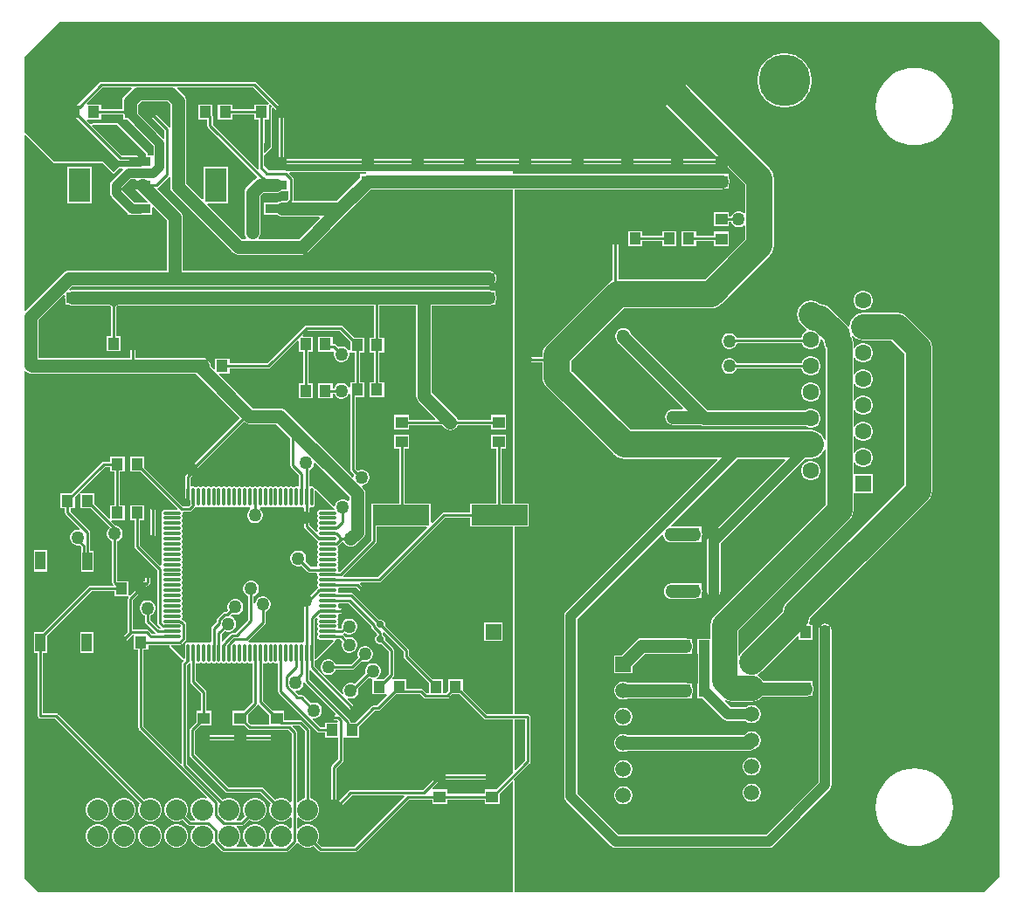
<source format=gtl>
G04*
G04 #@! TF.GenerationSoftware,Altium Limited,Altium Designer,21.8.1 (53)*
G04*
G04 Layer_Physical_Order=1*
G04 Layer_Color=255*
%FSLAX25Y25*%
%MOIN*%
G70*
G04*
G04 #@! TF.SameCoordinates,6B1BD33C-14DF-4FC0-A095-B567C4E17EB1*
G04*
G04*
G04 #@! TF.FilePolarity,Positive*
G04*
G01*
G75*
%ADD12C,0.01000*%
%ADD31R,0.04488X0.04724*%
%ADD32R,0.04724X0.04488*%
%ADD33O,0.07087X0.01181*%
%ADD34O,0.01181X0.07087*%
%ADD35R,0.03937X0.07087*%
%ADD36R,0.06000X0.06000*%
%ADD37R,0.21654X0.07874*%
%ADD38R,0.08465X0.12795*%
%ADD39R,0.08465X0.03543*%
%ADD40C,0.05000*%
%ADD41C,0.10000*%
%ADD42C,0.04000*%
%ADD43C,0.03500*%
%ADD44C,0.09500*%
%ADD45C,0.19685*%
%ADD46C,0.06299*%
%ADD47R,0.06299X0.06299*%
%ADD48C,0.08000*%
%ADD49C,0.02756*%
%ADD50R,0.05906X0.05906*%
%ADD51C,0.05906*%
%ADD52C,0.05000*%
G36*
X244353Y469327D02*
X244111Y468862D01*
X238779D01*
Y467020D01*
X230330D01*
Y468862D01*
X224841D01*
Y463138D01*
X230330D01*
Y464980D01*
X238779D01*
Y463138D01*
X240504D01*
Y454913D01*
X240341Y454670D01*
X240264Y454280D01*
Y444662D01*
X240319Y444385D01*
X239917Y444095D01*
X239907Y444090D01*
X222869Y461128D01*
Y464256D01*
X222849Y464354D01*
Y468862D01*
X217361D01*
Y463138D01*
X220830D01*
Y460706D01*
X220907Y460316D01*
X221128Y459985D01*
X239795Y441319D01*
X239677Y440729D01*
X239416Y440621D01*
X238789Y440140D01*
X238789Y440140D01*
X235860Y437211D01*
X235380Y436584D01*
X235077Y435854D01*
X234974Y435071D01*
Y420000D01*
X235000Y419803D01*
Y419605D01*
X235051Y419414D01*
X235077Y419217D01*
X235153Y419034D01*
X235204Y418842D01*
X235304Y418670D01*
X235380Y418487D01*
X235500Y418330D01*
X235599Y418158D01*
X235732Y418026D01*
X235731Y417998D01*
X235516Y417526D01*
X233865D01*
X220750Y430640D01*
X220942Y431102D01*
X228716D01*
Y444898D01*
X219252D01*
Y432792D01*
X218790Y432601D01*
X212776Y438615D01*
Y470071D01*
X212776Y470071D01*
X212673Y470854D01*
X212370Y471584D01*
X211890Y472211D01*
X211890Y472211D01*
X209120Y474980D01*
X209327Y475480D01*
X238200D01*
X244353Y469327D01*
D02*
G37*
G36*
X192068Y474980D02*
X189298Y472211D01*
X188818Y471584D01*
X188515Y470854D01*
X188412Y470071D01*
Y467020D01*
X180244D01*
Y468862D01*
X175031D01*
X174824Y469362D01*
X180942Y475480D01*
X191861D01*
X192068Y474980D01*
D02*
G37*
G36*
X206724Y468818D02*
Y460286D01*
X206224Y460135D01*
X206221Y460139D01*
X201501Y464859D01*
X201171Y465080D01*
X201160Y465082D01*
X199862Y466380D01*
X199860Y466390D01*
X199639Y466721D01*
X199309Y466942D01*
X198918Y467020D01*
X198528Y466942D01*
X198197Y466721D01*
X197976Y466390D01*
X197899Y466000D01*
Y465882D01*
X197976Y465492D01*
X198197Y465161D01*
X199942Y463417D01*
X200272Y463196D01*
X200283Y463194D01*
X204480Y458996D01*
Y455964D01*
X203980Y455764D01*
X194380Y465364D01*
X194464Y466000D01*
Y468818D01*
X195620Y469974D01*
X205568D01*
X206724Y468818D01*
D02*
G37*
G36*
X245232Y468448D02*
X245223Y468116D01*
X245117Y467856D01*
X245076Y467756D01*
X245000Y467680D01*
Y467572D01*
X244959Y467473D01*
Y452724D01*
X242765Y450530D01*
X242303Y450722D01*
Y453887D01*
X242466Y454130D01*
X242543Y454520D01*
Y463138D01*
X244268D01*
Y468705D01*
X244732Y468948D01*
X245232Y468448D01*
D02*
G37*
G36*
X188694Y464785D02*
Y463138D01*
X190182D01*
X190310Y462946D01*
X200206Y453050D01*
Y449428D01*
X199748Y449327D01*
Y449327D01*
X198041D01*
Y450000D01*
X198041Y450000D01*
X197883Y450383D01*
X186883Y461383D01*
X186500Y461541D01*
X186500Y461541D01*
X176997D01*
X176897Y461500D01*
X176790D01*
X176714Y461424D01*
X176614Y461383D01*
X176111Y461233D01*
X174670Y462673D01*
X174913Y463138D01*
X180244D01*
Y464980D01*
X188613D01*
X188694Y464785D01*
D02*
G37*
G36*
X281372Y442459D02*
X281099Y442423D01*
X280667Y442244D01*
X279138D01*
Y441035D01*
X270073Y431971D01*
X253969D01*
X253768Y432217D01*
Y440393D01*
X253690Y440783D01*
X253469Y441114D01*
X252086Y442497D01*
X252277Y442959D01*
X281340D01*
X281372Y442459D01*
D02*
G37*
G36*
X193739Y439956D02*
X193399Y439513D01*
X193097Y438783D01*
X192994Y438000D01*
X193097Y437217D01*
X193399Y436487D01*
X193880Y435860D01*
X198024Y431716D01*
X197826Y431216D01*
X195216D01*
X194994Y431261D01*
X192984D01*
X188159Y436086D01*
Y437085D01*
X191530Y440456D01*
X193504D01*
X193739Y439956D01*
D02*
G37*
G36*
X522996Y493504D02*
Y173996D01*
X517020Y168020D01*
X338041D01*
Y210306D01*
X338000Y210406D01*
Y210513D01*
X337924Y210590D01*
X337883Y210689D01*
X337773Y211057D01*
X337835Y211295D01*
X343721Y217181D01*
X343942Y217511D01*
X344020Y217902D01*
Y235000D01*
X343942Y235390D01*
X343721Y235721D01*
X343390Y235942D01*
X343000Y236020D01*
X338041D01*
Y307563D01*
X343528D01*
Y316437D01*
X338041D01*
Y436474D01*
X417000D01*
X417783Y436577D01*
X418215Y436756D01*
X419862D01*
Y438571D01*
X419923Y438717D01*
X420026Y439500D01*
X419923Y440283D01*
X419862Y440429D01*
Y442244D01*
X418215D01*
X417783Y442423D01*
X417000Y442526D01*
X337500D01*
Y443500D01*
X250851D01*
X250613Y443547D01*
X244453D01*
X242500Y445500D01*
Y449500D01*
X245500Y452500D01*
Y467473D01*
X246000Y467680D01*
X247984Y465696D01*
Y448749D01*
X247310Y448075D01*
X247016D01*
X246626Y447997D01*
X246295Y447776D01*
X246074Y447445D01*
X245996Y447055D01*
X246074Y446665D01*
X246295Y446334D01*
X246626Y446113D01*
X247016Y446035D01*
X281624D01*
X282000Y445961D01*
X417118D01*
X417508Y446038D01*
X417839Y446259D01*
X417890Y446264D01*
X425952Y438202D01*
Y427497D01*
X425453Y427290D01*
X425342Y427401D01*
X424658Y427796D01*
X423895Y428000D01*
X423105D01*
X422342Y427796D01*
X421658Y427401D01*
X421099Y426842D01*
X420704Y426158D01*
X420667Y426020D01*
X419862D01*
Y427744D01*
X414138D01*
Y422256D01*
X419862D01*
Y423980D01*
X420667D01*
X420704Y423842D01*
X421099Y423158D01*
X421658Y422599D01*
X422342Y422204D01*
X423105Y422000D01*
X423895D01*
X424658Y422204D01*
X425342Y422599D01*
X425453Y422710D01*
X425952Y422503D01*
Y417298D01*
X421827Y413173D01*
X421827Y413173D01*
X410702Y402047D01*
X377539D01*
Y417638D01*
X377462Y418028D01*
X377241Y418359D01*
X376910Y418580D01*
X376520Y418657D01*
X376130Y418580D01*
X375799Y418359D01*
X375578Y418028D01*
X375500Y417638D01*
Y401625D01*
X374726Y401304D01*
X373577Y400423D01*
X373577Y400423D01*
X350219Y377065D01*
X349338Y375916D01*
X348784Y374578D01*
X348595Y373142D01*
Y372520D01*
X342500D01*
X342110Y372442D01*
X341779Y372221D01*
X341558Y371890D01*
X341480Y371500D01*
X341558Y371110D01*
X341779Y370779D01*
X342110Y370558D01*
X342500Y370480D01*
X348595D01*
Y364858D01*
X348784Y363422D01*
X349338Y362084D01*
X350219Y360935D01*
X376077Y335077D01*
X377226Y334196D01*
X378564Y333642D01*
X380000Y333453D01*
X415269D01*
X415461Y332991D01*
X357698Y275227D01*
X357145Y274401D01*
X356951Y273425D01*
Y204608D01*
X357145Y203632D01*
X357698Y202805D01*
X374805Y185698D01*
X375632Y185145D01*
X376608Y184951D01*
X435000D01*
X435976Y185145D01*
X436802Y185698D01*
X458302Y207198D01*
X458855Y208025D01*
X459049Y209000D01*
Y245778D01*
Y267333D01*
Y267995D01*
X458855Y268970D01*
X458302Y269797D01*
X457476Y270350D01*
X456500Y270544D01*
X455524Y270350D01*
X454698Y269797D01*
X454145Y268970D01*
X453951Y267995D01*
Y267333D01*
Y245778D01*
Y210056D01*
X433944Y190049D01*
X377663D01*
X362049Y205663D01*
Y272369D01*
X394224Y304544D01*
X394663Y304422D01*
X394742Y304355D01*
Y304201D01*
X394793Y304010D01*
X394819Y303813D01*
X394895Y303630D01*
X394947Y303438D01*
X395046Y303266D01*
X395122Y303083D01*
X395242Y302926D01*
X395341Y302754D01*
X395482Y302614D01*
X395602Y302456D01*
X395760Y302336D01*
X395900Y302196D01*
X396072Y302096D01*
X396229Y301976D01*
X396412Y301900D01*
X396584Y301801D01*
X396776Y301749D01*
X396959Y301673D01*
X397156Y301647D01*
X397347Y301596D01*
X397546D01*
X397742Y301570D01*
X406394D01*
X407177Y301673D01*
X407627Y301860D01*
X409264D01*
Y303508D01*
X409443Y303939D01*
X409546Y304722D01*
X409443Y305505D01*
X409264Y305937D01*
Y307584D01*
X407449D01*
X407303Y307645D01*
X406520Y307748D01*
X405736Y307645D01*
X405681Y307622D01*
X398009D01*
X397802Y308122D01*
X423132Y333453D01*
X441194D01*
X441386Y332991D01*
X413559Y305164D01*
X412198Y303802D01*
X411645Y302976D01*
X411451Y302000D01*
Y283167D01*
X411645Y282191D01*
X412198Y281364D01*
X413025Y280812D01*
X414000Y280618D01*
X414976Y280812D01*
X415802Y281364D01*
X416355Y282191D01*
X416549Y283167D01*
Y300944D01*
X417164Y301559D01*
X449057Y333453D01*
X451000D01*
X452436Y333642D01*
X453774Y334196D01*
X454923Y335077D01*
X455804Y336226D01*
X456205Y337193D01*
X456705Y337094D01*
Y316193D01*
X414256Y273744D01*
X413414Y272648D01*
X412885Y271371D01*
X412705Y270000D01*
Y264862D01*
X407756D01*
Y259138D01*
X407951D01*
Y247862D01*
X407756D01*
Y242138D01*
X409757D01*
X417698Y234198D01*
X418525Y233645D01*
X419500Y233451D01*
X426166D01*
X426380Y233237D01*
X427167Y232783D01*
X428045Y232547D01*
X428955D01*
X429833Y232783D01*
X430620Y233237D01*
X431263Y233880D01*
X431717Y234667D01*
X431953Y235545D01*
Y236455D01*
X431717Y237333D01*
X431263Y238120D01*
X430620Y238763D01*
X429833Y239217D01*
X428955Y239453D01*
X428045D01*
X427167Y239217D01*
X426380Y238763D01*
X426166Y238549D01*
X420556D01*
X418197Y240908D01*
X418480Y241332D01*
X419558Y240885D01*
X420929Y240705D01*
X428255D01*
X429626Y240885D01*
X430903Y241414D01*
X431999Y242256D01*
X432418Y242801D01*
X438621D01*
X438994Y242752D01*
X438994Y242752D01*
X449020D01*
X449803Y242855D01*
X449949Y242916D01*
X451764D01*
Y244563D01*
X451942Y244995D01*
X452046Y245778D01*
X451942Y246561D01*
X451764Y246992D01*
Y248640D01*
X449949D01*
X449803Y248701D01*
X449020Y248804D01*
X439317D01*
X438944Y248853D01*
X432684D01*
X431999Y249744D01*
X430903Y250586D01*
X430629Y250699D01*
Y251199D01*
X431148Y251414D01*
X432244Y252256D01*
X445814Y265825D01*
X446276Y265634D01*
Y264471D01*
X451764D01*
Y270196D01*
X450562D01*
X450228Y270695D01*
X450615Y271630D01*
X450766Y272777D01*
X495744Y317756D01*
X496586Y318852D01*
X497115Y320129D01*
X497295Y321500D01*
Y376000D01*
X497115Y377371D01*
X496586Y378648D01*
X495744Y379744D01*
X487744Y387744D01*
X486648Y388586D01*
X485370Y389115D01*
X484000Y389295D01*
X471000D01*
X469629Y389115D01*
X468352Y388586D01*
X467256Y387744D01*
X466414Y386648D01*
X465885Y385370D01*
X465726Y384165D01*
X465241Y383996D01*
X465225Y383996D01*
X464744Y384623D01*
X458224Y391144D01*
X457127Y391986D01*
X455850Y392514D01*
X454479Y392695D01*
X454351D01*
X453648Y393234D01*
X452371Y393763D01*
X451000Y393944D01*
X449629Y393763D01*
X448352Y393234D01*
X447256Y392393D01*
X446414Y391296D01*
X445885Y390019D01*
X445705Y388648D01*
X445885Y387278D01*
X446414Y386001D01*
X447256Y384904D01*
X448504Y383655D01*
X449497Y382893D01*
X449533Y382705D01*
X449526Y382543D01*
X449466Y382329D01*
X448759Y381920D01*
X448080Y381241D01*
X447599Y380409D01*
X447428Y379770D01*
X422731D01*
X422401Y380342D01*
X421842Y380901D01*
X421158Y381296D01*
X420395Y381500D01*
X419605D01*
X418842Y381296D01*
X418158Y380901D01*
X417599Y380342D01*
X417204Y379658D01*
X417000Y378895D01*
Y378105D01*
X417204Y377342D01*
X417599Y376658D01*
X418158Y376099D01*
X418842Y375704D01*
X419605Y375500D01*
X420395D01*
X421158Y375704D01*
X421842Y376099D01*
X422401Y376658D01*
X422796Y377342D01*
X422900Y377730D01*
X447562D01*
X447599Y377591D01*
X448080Y376759D01*
X448759Y376080D01*
X449591Y375599D01*
X450520Y375350D01*
X451480D01*
X452409Y375599D01*
X453241Y376080D01*
X453920Y376759D01*
X454401Y377591D01*
X454650Y378520D01*
Y379033D01*
X455150Y379241D01*
X455705Y378685D01*
Y378648D01*
X455885Y377278D01*
X456414Y376001D01*
X456705Y375622D01*
Y340906D01*
X456205Y340807D01*
X455804Y341774D01*
X454923Y342923D01*
X453774Y343804D01*
X452436Y344358D01*
X451000Y344548D01*
X382298D01*
X359690Y367156D01*
Y370844D01*
X379798Y390952D01*
X413000D01*
X414436Y391142D01*
X415774Y391696D01*
X416923Y392577D01*
X429673Y405327D01*
X429673Y405327D01*
X435423Y411077D01*
X436304Y412226D01*
X436858Y413564D01*
X437047Y415000D01*
X437047Y415000D01*
Y440500D01*
X437047Y440500D01*
X436858Y441936D01*
X436304Y443274D01*
X435423Y444423D01*
X419538Y460307D01*
X397923Y481923D01*
X396774Y482804D01*
X395436Y483358D01*
X394000Y483547D01*
X392564Y483358D01*
X391226Y482804D01*
X390077Y481923D01*
X389196Y480774D01*
X388642Y479436D01*
X388453Y478000D01*
X388642Y476564D01*
X389196Y475226D01*
X390077Y474077D01*
X415693Y448462D01*
X415501Y448000D01*
X282301D01*
X281925Y448075D01*
X250230D01*
X250024Y448327D01*
Y466118D01*
X249946Y466508D01*
X249725Y466839D01*
X239343Y477221D01*
X239012Y477442D01*
X238622Y477520D01*
X180520D01*
X180130Y477442D01*
X179799Y477221D01*
X171384Y468806D01*
X171374Y468804D01*
X171043Y468583D01*
X169299Y466839D01*
X169078Y466508D01*
X169000Y466118D01*
Y465882D01*
X169078Y465492D01*
X169299Y465161D01*
X186854Y447606D01*
X187185Y447385D01*
X187575Y447307D01*
X193322D01*
X194295Y446334D01*
X194626Y446113D01*
X195016Y446035D01*
X195406Y446113D01*
X195737Y446334D01*
X195958Y446665D01*
X196035Y447055D01*
X195958Y447445D01*
X195737Y447776D01*
X194465Y449048D01*
X194134Y449269D01*
X193744Y449346D01*
X187997D01*
X176805Y460538D01*
X176997Y461000D01*
X186500D01*
X197500Y450000D01*
Y447000D01*
X195544Y445044D01*
X190580D01*
X190358Y445000D01*
X187000D01*
X185000Y443000D01*
X181000Y447000D01*
X162500D01*
X151020Y458480D01*
Y487020D01*
X164496Y500496D01*
X516004D01*
X522996Y493504D01*
D02*
G37*
G36*
X251729Y432639D02*
X251060Y431971D01*
X249476D01*
X248693Y431868D01*
X247963Y431565D01*
X247509Y431216D01*
X242284D01*
Y426673D01*
X247509D01*
X247963Y426324D01*
X248693Y426022D01*
X249476Y425919D01*
X263368D01*
X263560Y425457D01*
X255628Y417526D01*
X240484D01*
X240269Y417998D01*
X240268Y418026D01*
X240401Y418158D01*
X240500Y418330D01*
X240620Y418487D01*
X240696Y418670D01*
X240796Y418842D01*
X240847Y419034D01*
X240923Y419217D01*
X240949Y419414D01*
X241000Y419605D01*
Y419803D01*
X241026Y420000D01*
Y433818D01*
X242182Y434974D01*
X247016D01*
X247799Y435077D01*
X248529Y435380D01*
X248983Y435728D01*
X251729D01*
Y432639D01*
D02*
G37*
G36*
X162117Y446617D02*
X162500Y446459D01*
X162500Y446459D01*
X180776D01*
X184617Y442617D01*
X184921Y442492D01*
X185000Y442459D01*
X185383Y442617D01*
X185383Y442617D01*
X187224Y444459D01*
X188337D01*
X188544Y443959D01*
X184242Y439657D01*
X183745Y438913D01*
X183571Y438035D01*
Y435135D01*
X183745Y434257D01*
X184242Y433513D01*
X190284Y427472D01*
Y426673D01*
X192030D01*
X192034Y426673D01*
X194907D01*
X195016Y426651D01*
X195129Y426673D01*
X199748D01*
Y429527D01*
X200210Y429718D01*
X205474Y424454D01*
Y405526D01*
X169500D01*
X169350Y405506D01*
X168131D01*
X168131Y405506D01*
X167348Y405403D01*
X166618Y405101D01*
X165992Y404620D01*
X151520Y390148D01*
X151020Y390355D01*
Y457062D01*
X151481Y457253D01*
X162117Y446617D01*
D02*
G37*
G36*
X275256Y378420D02*
Y375088D01*
X275166Y375017D01*
X274516Y375142D01*
X274401Y375342D01*
X273842Y375901D01*
X273158Y376296D01*
X272395Y376500D01*
X271605D01*
X270842Y376296D01*
X270718Y376224D01*
X269893Y377049D01*
X269562Y377270D01*
X269172Y377348D01*
X268600D01*
Y380112D01*
X263112D01*
Y374388D01*
X268600D01*
Y374388D01*
X269100Y374476D01*
X269145Y374435D01*
X269000Y373895D01*
Y373105D01*
X269204Y372342D01*
X269599Y371658D01*
X270158Y371099D01*
X270842Y370704D01*
X271605Y370500D01*
X272395D01*
X273158Y370704D01*
X273842Y371099D01*
X274401Y371658D01*
X274796Y372342D01*
X275000Y373105D01*
Y373744D01*
X275151Y373976D01*
X275453Y374138D01*
X276980D01*
Y362862D01*
X275276D01*
Y360922D01*
X274822Y360679D01*
X274776Y360693D01*
X274401Y361342D01*
X273842Y361901D01*
X273158Y362296D01*
X272395Y362500D01*
X271605D01*
X270842Y362296D01*
X270158Y361901D01*
X269599Y361342D01*
X269204Y360658D01*
X269167Y360520D01*
X268600D01*
Y362362D01*
X263112D01*
Y356638D01*
X268600D01*
Y358480D01*
X269167D01*
X269204Y358342D01*
X269599Y357658D01*
X270158Y357099D01*
X270842Y356704D01*
X271605Y356500D01*
X272395D01*
X273158Y356704D01*
X273842Y357099D01*
X274401Y357658D01*
X274796Y358342D01*
X275256Y358183D01*
Y329364D01*
X275334Y328974D01*
X275555Y328643D01*
X276824Y327374D01*
X276666Y326785D01*
Y326599D01*
X276166Y326392D01*
X250581Y351976D01*
X249955Y352457D01*
X249225Y352759D01*
X248442Y352863D01*
X238048D01*
X225235Y365676D01*
X225426Y366138D01*
X229224D01*
Y367980D01*
X244105D01*
X244495Y368058D01*
X244826Y368279D01*
X255170Y378623D01*
X255631Y378431D01*
Y374388D01*
X257356D01*
Y362362D01*
X255631D01*
Y356638D01*
X261120D01*
Y362362D01*
X259395D01*
Y374388D01*
X261120D01*
Y380112D01*
X257312D01*
X257121Y380574D01*
X259027Y382480D01*
X271196D01*
X275256Y378420D01*
D02*
G37*
G36*
X467256Y380256D02*
X468352Y379414D01*
X469629Y378885D01*
X471000Y378705D01*
X481807D01*
X486705Y373807D01*
Y323693D01*
X441756Y278744D01*
X440914Y277648D01*
X440385Y276371D01*
X440234Y275223D01*
X424756Y259744D01*
X423914Y258648D01*
X423795Y258361D01*
X423295Y258460D01*
Y267807D01*
X465744Y310256D01*
X466586Y311352D01*
X467115Y312630D01*
X467295Y314000D01*
Y319873D01*
X467350Y320350D01*
X467795Y320350D01*
X474650D01*
Y327650D01*
X467350Y327650D01*
X467295Y328127D01*
Y332118D01*
X467795Y332252D01*
X468080Y331759D01*
X468759Y331080D01*
X469591Y330599D01*
X470519Y330350D01*
X471481D01*
X472409Y330599D01*
X473241Y331080D01*
X473920Y331759D01*
X474401Y332591D01*
X474650Y333520D01*
Y334481D01*
X474401Y335409D01*
X473920Y336241D01*
X473241Y336920D01*
X472409Y337401D01*
X471481Y337650D01*
X470519D01*
X469591Y337401D01*
X468759Y336920D01*
X468080Y336241D01*
X467795Y335749D01*
X467295Y335882D01*
Y342118D01*
X467795Y342251D01*
X468080Y341759D01*
X468759Y341080D01*
X469591Y340599D01*
X470519Y340350D01*
X471481D01*
X472409Y340599D01*
X473241Y341080D01*
X473920Y341759D01*
X474401Y342591D01*
X474650Y343519D01*
Y344480D01*
X474401Y345409D01*
X473920Y346241D01*
X473241Y346920D01*
X472409Y347401D01*
X471481Y347650D01*
X470519D01*
X469591Y347401D01*
X468759Y346920D01*
X468080Y346241D01*
X467795Y345748D01*
X467295Y345883D01*
Y352117D01*
X467795Y352252D01*
X468080Y351759D01*
X468759Y351080D01*
X469591Y350599D01*
X470519Y350350D01*
X471481D01*
X472409Y350599D01*
X473241Y351080D01*
X473920Y351759D01*
X474401Y352591D01*
X474650Y353520D01*
Y354481D01*
X474401Y355409D01*
X473920Y356241D01*
X473241Y356920D01*
X472409Y357401D01*
X471481Y357650D01*
X470519D01*
X469591Y357401D01*
X468759Y356920D01*
X468080Y356241D01*
X467795Y355749D01*
X467295Y355883D01*
Y362118D01*
X467795Y362251D01*
X468080Y361759D01*
X468759Y361080D01*
X469591Y360599D01*
X470519Y360350D01*
X471481D01*
X472409Y360599D01*
X473241Y361080D01*
X473920Y361759D01*
X474401Y362591D01*
X474650Y363520D01*
Y364480D01*
X474401Y365409D01*
X473920Y366241D01*
X473241Y366920D01*
X472409Y367401D01*
X471481Y367650D01*
X470519D01*
X469591Y367401D01*
X468759Y366920D01*
X468080Y366241D01*
X467795Y365749D01*
X467295Y365882D01*
Y372117D01*
X467795Y372252D01*
X468080Y371759D01*
X468759Y371080D01*
X469591Y370599D01*
X470519Y370350D01*
X471481D01*
X472409Y370599D01*
X473241Y371080D01*
X473920Y371759D01*
X474401Y372591D01*
X474650Y373519D01*
Y374481D01*
X474401Y375409D01*
X473920Y376241D01*
X473241Y376920D01*
X472409Y377401D01*
X471481Y377650D01*
X470519D01*
X469591Y377401D01*
X468759Y376920D01*
X468080Y376241D01*
X467795Y375748D01*
X467295Y375883D01*
Y377648D01*
X467115Y379019D01*
X466600Y380261D01*
X466591Y380311D01*
X467152Y380391D01*
X467256Y380256D01*
D02*
G37*
G36*
X206724Y441132D02*
Y437362D01*
X206827Y436579D01*
X207130Y435849D01*
X207610Y435222D01*
X230472Y412360D01*
X231099Y411879D01*
X231828Y411577D01*
X232220Y411526D01*
X232612Y411474D01*
X232612Y411474D01*
X256882D01*
X257665Y411577D01*
X258395Y411879D01*
X259021Y412360D01*
X273466Y426805D01*
X273466Y426805D01*
X283135Y436474D01*
X337500D01*
Y316437D01*
X333020D01*
Y337276D01*
X334862D01*
Y342764D01*
X329138D01*
Y337276D01*
X330980D01*
Y316437D01*
X320874D01*
Y313020D01*
X310977D01*
X310587Y312942D01*
X310256Y312721D01*
X306588Y309053D01*
X306126Y309244D01*
Y316437D01*
X296020D01*
Y337276D01*
X297862D01*
Y342764D01*
X292138D01*
Y337276D01*
X293980D01*
Y316437D01*
X283472D01*
Y308662D01*
X283453Y308563D01*
Y302351D01*
X271413Y290312D01*
X270983Y290352D01*
X270708Y290787D01*
X270789Y291193D01*
X270704Y291618D01*
X270558Y291837D01*
X270498Y292177D01*
X270558Y292517D01*
X270704Y292736D01*
X270789Y293161D01*
X270704Y293587D01*
X270558Y293806D01*
X270498Y294146D01*
X270558Y294486D01*
X270704Y294704D01*
X270789Y295130D01*
X270704Y295555D01*
X270558Y295774D01*
X270498Y296114D01*
X270558Y296454D01*
X270704Y296673D01*
X270789Y297098D01*
X270704Y297524D01*
X270558Y297743D01*
X270498Y298083D01*
X270558Y298423D01*
X270704Y298641D01*
X270789Y299067D01*
X270704Y299492D01*
X270568Y299696D01*
X270482Y299896D01*
X270667Y300318D01*
X270714Y300349D01*
X272213Y301849D01*
X272760Y301776D01*
X272880Y301487D01*
X273360Y300860D01*
X273987Y300379D01*
X274717Y300077D01*
X275500Y299974D01*
X276283Y300077D01*
X277013Y300379D01*
X277640Y300860D01*
X280140Y303360D01*
X280140Y303360D01*
X280621Y303987D01*
X280923Y304717D01*
X281026Y305500D01*
Y320278D01*
X280923Y321061D01*
X280621Y321791D01*
X280140Y322418D01*
X279667Y322890D01*
X279874Y323390D01*
X280061D01*
X280824Y323595D01*
X281508Y323990D01*
X282067Y324548D01*
X282462Y325232D01*
X282666Y325995D01*
Y326785D01*
X282462Y327548D01*
X282067Y328232D01*
X281508Y328791D01*
X280824Y329186D01*
X280061Y329390D01*
X279271D01*
X278508Y329186D01*
X278120Y328962D01*
X277295Y329786D01*
Y357138D01*
X280764D01*
Y362862D01*
X279020D01*
Y374138D01*
X280744D01*
Y379862D01*
X276698D01*
X272339Y384221D01*
X272008Y384442D01*
X271618Y384520D01*
X258605D01*
X258215Y384442D01*
X257884Y384221D01*
X243683Y370020D01*
X229224D01*
Y371862D01*
X223736D01*
Y367828D01*
X223274Y367636D01*
X222012Y368898D01*
X222026Y369000D01*
X221923Y369783D01*
X221620Y370513D01*
X221140Y371140D01*
X220513Y371620D01*
X219783Y371923D01*
X219000Y372026D01*
X193520D01*
Y377500D01*
X193442Y377890D01*
X193221Y378221D01*
X192890Y378442D01*
X192500Y378520D01*
X192110Y378442D01*
X191779Y378221D01*
X191558Y377890D01*
X191480Y377500D01*
Y372026D01*
X156526D01*
Y386596D01*
X165858Y395927D01*
X166511Y395873D01*
X166577Y395783D01*
X166474Y395000D01*
X166577Y394217D01*
X166638Y394071D01*
Y392256D01*
X168285D01*
X168717Y392077D01*
X169500Y391974D01*
X183409D01*
X183507Y391899D01*
X184000Y391695D01*
Y380362D01*
X182276D01*
Y374638D01*
X187764D01*
Y380362D01*
X186039D01*
Y391695D01*
X186533Y391899D01*
X186630Y391974D01*
X284461D01*
Y379862D01*
X282736D01*
Y374138D01*
X284461D01*
Y362862D01*
X282756D01*
Y357138D01*
X288244D01*
Y362862D01*
X286500D01*
Y374138D01*
X288224D01*
Y379862D01*
X286500D01*
Y391974D01*
X300474D01*
Y357500D01*
X300577Y356717D01*
X300880Y355987D01*
X301360Y355360D01*
X307739Y348981D01*
X307548Y348520D01*
X297862D01*
Y350244D01*
X292138D01*
Y344756D01*
X297862D01*
Y346480D01*
X310240D01*
X311360Y345360D01*
X311518Y345240D01*
X311658Y345099D01*
X311830Y345000D01*
X311987Y344880D01*
X312170Y344804D01*
X312342Y344704D01*
X312534Y344653D01*
X312717Y344577D01*
X312913Y344551D01*
X313105Y344500D01*
X313303D01*
X313500Y344474D01*
X313697Y344500D01*
X313895D01*
X314087Y344551D01*
X314283Y344577D01*
X314466Y344653D01*
X314658Y344704D01*
X314830Y344804D01*
X315013Y344880D01*
X315170Y345000D01*
X315342Y345099D01*
X315482Y345240D01*
X315640Y345360D01*
X315760Y345518D01*
X315901Y345658D01*
X316000Y345830D01*
X316121Y345987D01*
X316196Y346170D01*
X316296Y346342D01*
X316333Y346480D01*
X329138D01*
Y344756D01*
X334862D01*
Y350244D01*
X329138D01*
Y348520D01*
X316333D01*
X316296Y348658D01*
X316196Y348830D01*
X316121Y349013D01*
X316000Y349170D01*
X315901Y349342D01*
X315760Y349482D01*
X315640Y349640D01*
X306526Y358753D01*
Y391974D01*
X327980D01*
X328764Y392077D01*
X329242Y392276D01*
X330862D01*
Y394118D01*
X330903Y394217D01*
X331006Y395000D01*
X330903Y395783D01*
X330862Y395882D01*
Y397764D01*
X329147D01*
X328764Y397923D01*
X327980Y398026D01*
X169500D01*
X168717Y397923D01*
X168449Y397812D01*
X168166Y398236D01*
X169385Y399454D01*
X169500D01*
X169650Y399474D01*
X328000D01*
X328783Y399577D01*
X329513Y399880D01*
X330140Y400360D01*
X330621Y400987D01*
X330923Y401717D01*
X331026Y402500D01*
X330923Y403283D01*
X330621Y404013D01*
X330140Y404640D01*
X329513Y405121D01*
X328783Y405423D01*
X328000Y405526D01*
X211526D01*
Y425707D01*
X211423Y426490D01*
X211121Y427220D01*
X210640Y427847D01*
X202630Y435856D01*
X202004Y436337D01*
X201932Y436367D01*
X201774Y436525D01*
X201884Y437031D01*
X201925Y437081D01*
X202221Y437279D01*
X206221Y441279D01*
X206224Y441284D01*
X206724Y441132D01*
D02*
G37*
G36*
X234655Y347697D02*
X235282Y347216D01*
X236012Y346914D01*
X236795Y346811D01*
X247188D01*
X252480Y341518D01*
Y331000D01*
X252558Y330610D01*
X252779Y330279D01*
X255665Y327393D01*
Y323181D01*
X255166Y322913D01*
X255142Y322929D01*
X254716Y323013D01*
X254291Y322929D01*
X254072Y322783D01*
X253732Y322723D01*
X253392Y322783D01*
X253173Y322929D01*
X252748Y323013D01*
X252323Y322929D01*
X252104Y322783D01*
X251764Y322723D01*
X251424Y322783D01*
X251205Y322929D01*
X250780Y323013D01*
X250354Y322929D01*
X250135Y322783D01*
X249795Y322723D01*
X249455Y322783D01*
X249236Y322929D01*
X248811Y323013D01*
X248386Y322929D01*
X248167Y322783D01*
X247827Y322723D01*
X247487Y322783D01*
X247268Y322929D01*
X246843Y323013D01*
X246417Y322929D01*
X246198Y322783D01*
X245858Y322723D01*
X245518Y322783D01*
X245300Y322929D01*
X244874Y323013D01*
X244448Y322929D01*
X244230Y322783D01*
X243890Y322723D01*
X243550Y322783D01*
X243331Y322929D01*
X242905Y323013D01*
X242480Y322929D01*
X242261Y322783D01*
X241921Y322723D01*
X241581Y322783D01*
X241363Y322929D01*
X240937Y323013D01*
X240511Y322929D01*
X240293Y322783D01*
X239953Y322723D01*
X239613Y322783D01*
X239394Y322929D01*
X238968Y323013D01*
X238543Y322929D01*
X238324Y322783D01*
X237984Y322723D01*
X237644Y322783D01*
X237425Y322929D01*
X237000Y323013D01*
X236575Y322929D01*
X236356Y322783D01*
X236016Y322723D01*
X235676Y322783D01*
X235457Y322929D01*
X235032Y323013D01*
X234606Y322929D01*
X234387Y322783D01*
X234047Y322723D01*
X233707Y322783D01*
X233488Y322929D01*
X233063Y323013D01*
X232638Y322929D01*
X232419Y322783D01*
X232079Y322723D01*
X231739Y322783D01*
X231520Y322929D01*
X231095Y323013D01*
X230669Y322929D01*
X230450Y322783D01*
X230110Y322723D01*
X229770Y322783D01*
X229552Y322929D01*
X229126Y323013D01*
X228700Y322929D01*
X228482Y322783D01*
X228142Y322723D01*
X227802Y322783D01*
X227583Y322929D01*
X227157Y323013D01*
X226732Y322929D01*
X226513Y322783D01*
X226173Y322723D01*
X225833Y322783D01*
X225615Y322929D01*
X225189Y323013D01*
X224763Y322929D01*
X224545Y322783D01*
X224205Y322723D01*
X223865Y322783D01*
X223646Y322929D01*
X223220Y323013D01*
X222795Y322929D01*
X222576Y322783D01*
X222236Y322723D01*
X221896Y322783D01*
X221677Y322929D01*
X221252Y323013D01*
X220827Y322929D01*
X220608Y322783D01*
X220268Y322723D01*
X219928Y322783D01*
X219709Y322929D01*
X219284Y323013D01*
X218858Y322929D01*
X218639Y322783D01*
X218299Y322723D01*
X217959Y322783D01*
X217741Y322929D01*
X217315Y323013D01*
X216889Y322929D01*
X216671Y322783D01*
X216331Y322723D01*
X215991Y322783D01*
X215772Y322929D01*
X215347Y323013D01*
X214921Y322929D01*
X214897Y322913D01*
X214398Y323181D01*
Y326373D01*
X215721Y327697D01*
X215942Y328027D01*
X216020Y328418D01*
Y329078D01*
X234647Y347705D01*
X234655Y347697D01*
D02*
G37*
G36*
X274974Y319025D02*
Y317541D01*
X274474Y317334D01*
X274342Y317466D01*
X273658Y317861D01*
X272895Y318065D01*
X272105D01*
X271342Y317861D01*
X270658Y317466D01*
X270099Y316907D01*
X269704Y316223D01*
X269531Y315577D01*
X269048Y315353D01*
X262579Y321822D01*
X262479Y321864D01*
X262403Y321940D01*
X262295D01*
X262196Y321981D01*
X261832Y322118D01*
X261649Y322327D01*
X261408Y322688D01*
X261048Y322929D01*
X260622Y323013D01*
X260196Y322929D01*
X260139Y322890D01*
X259639Y323157D01*
Y329199D01*
X259658Y329204D01*
X260342Y329599D01*
X260901Y330158D01*
X261296Y330842D01*
X261500Y331605D01*
Y331792D01*
X262000Y331999D01*
X274974Y319025D01*
D02*
G37*
G36*
X151860Y366860D02*
X152487Y366379D01*
X153217Y366077D01*
X154000Y365974D01*
X154000Y365974D01*
X216490D01*
X216860Y365492D01*
X233205Y349147D01*
X214279Y330221D01*
X214058Y329890D01*
X213980Y329500D01*
Y328840D01*
X212657Y327517D01*
X212436Y327186D01*
X212358Y326796D01*
Y318949D01*
X212436Y318559D01*
X212657Y318228D01*
X212988Y318007D01*
X213378Y317929D01*
X213735Y318000D01*
X213781Y317999D01*
X214234Y317717D01*
Y316045D01*
X213614Y315425D01*
X211379D01*
X196724Y330080D01*
Y334362D01*
X191236D01*
Y328638D01*
X195282D01*
X209500Y314420D01*
X209309Y313958D01*
X204323D01*
X203897Y313874D01*
X203537Y313633D01*
X203296Y313272D01*
X203211Y312846D01*
X203296Y312421D01*
X203442Y312202D01*
X203502Y311862D01*
X203442Y311522D01*
X203296Y311303D01*
X203211Y310878D01*
X203296Y310452D01*
X203442Y310234D01*
X203502Y309894D01*
X203442Y309554D01*
X203296Y309335D01*
X203211Y308910D01*
X203296Y308484D01*
X203442Y308265D01*
X203502Y307925D01*
X203442Y307585D01*
X203296Y307366D01*
X203211Y306941D01*
X203296Y306515D01*
X203442Y306297D01*
X203502Y305957D01*
X203442Y305617D01*
X203296Y305398D01*
X203211Y304972D01*
X203296Y304547D01*
X203442Y304328D01*
X203502Y303988D01*
X203442Y303648D01*
X203296Y303429D01*
X203211Y303004D01*
X203296Y302578D01*
X203442Y302360D01*
X203502Y302020D01*
X203442Y301680D01*
X203296Y301461D01*
X203211Y301035D01*
X203296Y300610D01*
X203442Y300391D01*
X203502Y300051D01*
X203442Y299711D01*
X203296Y299492D01*
X203211Y299067D01*
X203296Y298641D01*
X203442Y298423D01*
X203502Y298083D01*
X203442Y297743D01*
X203296Y297524D01*
X203211Y297098D01*
X203296Y296673D01*
X203442Y296454D01*
X203502Y296114D01*
X203442Y295774D01*
X203296Y295555D01*
X203211Y295130D01*
X203296Y294704D01*
X203442Y294486D01*
X203502Y294146D01*
X203442Y293806D01*
X203296Y293587D01*
X203211Y293161D01*
X203266Y292883D01*
X202808Y292634D01*
X195000Y300442D01*
Y310138D01*
X196724D01*
Y315862D01*
X191236D01*
Y310138D01*
X192961D01*
Y300020D01*
X193038Y299629D01*
X193259Y299299D01*
X201713Y290845D01*
Y270849D01*
X201790Y270459D01*
X202011Y270128D01*
X203049Y269091D01*
X202842Y268590D01*
X202351D01*
X199020Y271922D01*
Y273667D01*
X199158Y273704D01*
X199842Y274099D01*
X200401Y274658D01*
X200796Y275342D01*
X201000Y276105D01*
Y276895D01*
X200796Y277658D01*
X200401Y278342D01*
X199842Y278901D01*
X199158Y279296D01*
X198395Y279500D01*
X197605D01*
X196842Y279296D01*
X196158Y278901D01*
X195599Y278342D01*
X195204Y277658D01*
X195000Y276895D01*
Y276105D01*
X195204Y275342D01*
X195599Y274658D01*
X196158Y274099D01*
X196842Y273704D01*
X196980Y273667D01*
Y271500D01*
X197058Y271110D01*
X197279Y270779D01*
X200936Y267122D01*
X200729Y266622D01*
X199752D01*
X199643Y266731D01*
X199465Y266997D01*
X198356Y268106D01*
X198026Y268327D01*
X197635Y268405D01*
X192520D01*
Y279597D01*
X196201Y283279D01*
X196422Y283610D01*
X196424Y283620D01*
X197722Y284918D01*
X197733Y284920D01*
X198064Y285141D01*
X198721Y285799D01*
X198942Y286129D01*
X199020Y286520D01*
Y290500D01*
X198942Y290890D01*
X198721Y291221D01*
X198390Y291442D01*
X198000Y291520D01*
X197610Y291442D01*
X197279Y291221D01*
X197058Y290890D01*
X196980Y290500D01*
Y286942D01*
X196845Y286806D01*
X196834Y286804D01*
X196503Y286583D01*
X194759Y284839D01*
X194538Y284508D01*
X194536Y284498D01*
X191244Y281206D01*
X190744Y281413D01*
X190744Y281513D01*
X190744D01*
X190744Y281524D01*
Y286862D01*
X186580D01*
X186520Y286922D01*
Y302167D01*
X186658Y302204D01*
X187342Y302599D01*
X187901Y303158D01*
X188296Y303842D01*
X188500Y304605D01*
Y305395D01*
X188296Y306158D01*
X187901Y306842D01*
X187342Y307401D01*
X186658Y307796D01*
X185895Y308000D01*
X185824D01*
X184186Y309638D01*
X184393Y310138D01*
X189244D01*
Y315862D01*
X187520D01*
Y328638D01*
X189244D01*
Y334362D01*
X183756D01*
Y332520D01*
X181402D01*
X181011Y332442D01*
X180681Y332221D01*
X168822Y320362D01*
X164776D01*
Y314638D01*
X166500D01*
Y313018D01*
X166578Y312628D01*
X166799Y312297D01*
X172145Y306950D01*
X171903Y306514D01*
X171889Y306500D01*
X171105D01*
X170342Y306296D01*
X169658Y305901D01*
X169099Y305342D01*
X168704Y304658D01*
X168500Y303895D01*
Y303105D01*
X168704Y302342D01*
X169099Y301658D01*
X169658Y301099D01*
X170342Y300704D01*
X171105Y300500D01*
X171895D01*
X171959Y300517D01*
X172541Y299935D01*
Y295887D01*
X172560Y295789D01*
Y290375D01*
X177497D01*
Y298462D01*
X176048D01*
Y305509D01*
X175971Y305899D01*
X175750Y306230D01*
X168539Y313441D01*
Y314638D01*
X170264D01*
Y318920D01*
X171791Y320448D01*
X172256Y320205D01*
Y314638D01*
X176302D01*
X183599Y307341D01*
X183099Y306842D01*
X182704Y306158D01*
X182500Y305395D01*
Y304605D01*
X182704Y303842D01*
X183099Y303158D01*
X183658Y302599D01*
X184342Y302204D01*
X184480Y302167D01*
Y286500D01*
X184558Y286110D01*
X184779Y285779D01*
X185038Y285520D01*
X184831Y285020D01*
X176118D01*
X175728Y284942D01*
X175397Y284721D01*
X158168Y267492D01*
X154673D01*
Y259405D01*
X156122D01*
Y235358D01*
X156200Y234968D01*
X156421Y234637D01*
X156752Y234416D01*
X157142Y234339D01*
X162719D01*
X195178Y201880D01*
X194807Y201237D01*
X194500Y200092D01*
Y198908D01*
X194807Y197763D01*
X195399Y196737D01*
X196237Y195899D01*
X197263Y195307D01*
X198408Y195000D01*
X199592D01*
X200737Y195307D01*
X201763Y195899D01*
X202601Y196737D01*
X203193Y197763D01*
X203500Y198908D01*
Y200092D01*
X203193Y201237D01*
X202601Y202263D01*
X201763Y203101D01*
X200737Y203693D01*
X199592Y204000D01*
X198408D01*
X197263Y203693D01*
X196620Y203322D01*
X163863Y236079D01*
X163532Y236300D01*
X163142Y236378D01*
X158161D01*
Y259405D01*
X159610D01*
Y266050D01*
X176541Y282980D01*
X185256D01*
Y281138D01*
X190358Y281138D01*
X190366D01*
X190366D01*
X190469Y281138D01*
X190597Y280974D01*
X190613Y280926D01*
X190710Y280638D01*
X190558Y280410D01*
X190480Y280020D01*
Y267521D01*
X187299Y264339D01*
X187078Y264008D01*
X187000Y263618D01*
Y263500D01*
X187078Y263110D01*
X187299Y262779D01*
X187629Y262558D01*
X188020Y262480D01*
X188410Y262558D01*
X188741Y262779D01*
X188962Y263110D01*
X188964Y263120D01*
X192209Y266365D01*
X192257D01*
X192756Y266362D01*
Y260638D01*
X194480D01*
Y230879D01*
X194558Y230488D01*
X194779Y230158D01*
X220722Y204215D01*
X220463Y203767D01*
X219592Y204000D01*
X218408D01*
X217263Y203693D01*
X216237Y203101D01*
X215399Y202263D01*
X214807Y201237D01*
X214500Y200092D01*
Y198908D01*
X214807Y197763D01*
X215399Y196737D01*
X216116Y196020D01*
X215946Y195520D01*
X214422D01*
X212822Y197120D01*
X213193Y197763D01*
X213500Y198908D01*
Y200092D01*
X213193Y201237D01*
X212601Y202263D01*
X211763Y203101D01*
X210737Y203693D01*
X209592Y204000D01*
X208408D01*
X207263Y203693D01*
X206237Y203101D01*
X205399Y202263D01*
X204807Y201237D01*
X204500Y200092D01*
Y198908D01*
X204807Y197763D01*
X205399Y196737D01*
X206237Y195899D01*
X207263Y195307D01*
X208408Y195000D01*
X209592D01*
X210737Y195307D01*
X211380Y195678D01*
X213279Y193779D01*
X213610Y193558D01*
X214000Y193480D01*
X215946D01*
X216116Y192980D01*
X215399Y192263D01*
X214807Y191237D01*
X214500Y190092D01*
Y188908D01*
X214807Y187763D01*
X215399Y186737D01*
X216237Y185899D01*
X217263Y185307D01*
X218408Y185000D01*
X219592D01*
X220737Y185307D01*
X221763Y185899D01*
X222601Y186737D01*
X222635Y186796D01*
X223216Y186802D01*
X223279Y186708D01*
X226208Y183779D01*
X226539Y183558D01*
X226929Y183480D01*
X251071D01*
X251461Y183558D01*
X251792Y183779D01*
X254721Y186708D01*
X254784Y186802D01*
X255365Y186796D01*
X255399Y186737D01*
X256237Y185899D01*
X257263Y185307D01*
X258408Y185000D01*
X259592D01*
X260737Y185307D01*
X261380Y185678D01*
X263279Y183779D01*
X263610Y183558D01*
X264000Y183480D01*
X277274D01*
X277664Y183558D01*
X277994Y183779D01*
X297715Y203500D01*
X306638D01*
Y201776D01*
X312362D01*
Y203500D01*
X326638D01*
Y201776D01*
X332362D01*
Y205822D01*
X337038Y210498D01*
X337500Y210306D01*
Y168020D01*
X156480D01*
X151020Y173480D01*
Y366994D01*
X151520Y367201D01*
X151860Y366860D01*
D02*
G37*
G36*
X269215Y314420D02*
X269024Y313958D01*
X263772D01*
X263346Y313874D01*
X262985Y313633D01*
X262744Y313272D01*
X262660Y312846D01*
X262744Y312421D01*
X262891Y312202D01*
X262950Y311862D01*
X262891Y311522D01*
X262744Y311303D01*
X262660Y310878D01*
X262744Y310452D01*
X262891Y310234D01*
X262950Y309894D01*
X262891Y309554D01*
X262744Y309335D01*
X262660Y308910D01*
X262744Y308484D01*
X262891Y308265D01*
X262950Y307925D01*
X262891Y307585D01*
X262744Y307366D01*
X262660Y306941D01*
X262744Y306515D01*
X262891Y306297D01*
X262913Y306170D01*
X262719Y305856D01*
X262149Y305788D01*
X259673Y308263D01*
Y314717D01*
X260173Y314984D01*
X260196Y314969D01*
X260622Y314884D01*
X261048Y314969D01*
X261408Y315210D01*
X261649Y315571D01*
X261734Y315996D01*
Y321248D01*
X262196Y321440D01*
X269215Y314420D01*
D02*
G37*
G36*
X183756Y328638D02*
X185480D01*
Y315862D01*
X183756D01*
Y310775D01*
X183256Y310568D01*
X177744Y316080D01*
Y320362D01*
X172413D01*
X172170Y320827D01*
X181824Y330480D01*
X183756D01*
Y328638D01*
D02*
G37*
G36*
X216686Y315105D02*
X216889Y314969D01*
X217315Y314884D01*
X217741Y314969D01*
X217959Y315115D01*
X218299Y315175D01*
X218639Y315115D01*
X218858Y314969D01*
X219284Y314884D01*
X219709Y314969D01*
X219928Y315115D01*
X220268Y315175D01*
X220608Y315115D01*
X220827Y314969D01*
X221252Y314884D01*
X221677Y314969D01*
X221896Y315115D01*
X222236Y315175D01*
X222576Y315115D01*
X222795Y314969D01*
X223220Y314884D01*
X223646Y314969D01*
X223865Y315115D01*
X224205Y315175D01*
X224545Y315115D01*
X224763Y314969D01*
X225189Y314884D01*
X225615Y314969D01*
X225833Y315115D01*
X226173Y315175D01*
X226513Y315115D01*
X226732Y314969D01*
X227157Y314884D01*
X227583Y314969D01*
X227802Y315115D01*
X228142Y315175D01*
X228482Y315115D01*
X228700Y314969D01*
X229126Y314884D01*
X229552Y314969D01*
X229770Y315115D01*
X230110Y315175D01*
X230450Y315115D01*
X230669Y314969D01*
X231095Y314884D01*
X231520Y314969D01*
X231739Y315115D01*
X232079Y315175D01*
X232419Y315115D01*
X232638Y314969D01*
X233063Y314884D01*
X233488Y314969D01*
X233707Y315115D01*
X234047Y315175D01*
X234387Y315115D01*
X234606Y314969D01*
X235032Y314884D01*
X235457Y314969D01*
X235676Y315115D01*
X236016Y315175D01*
X236356Y315115D01*
X236575Y314969D01*
X236997Y314885D01*
X237003Y314875D01*
X237172Y314408D01*
X237158Y314401D01*
X236599Y313842D01*
X236204Y313158D01*
X236000Y312395D01*
Y311605D01*
X236204Y310842D01*
X236599Y310158D01*
X237158Y309599D01*
X237842Y309204D01*
X238605Y309000D01*
X239395D01*
X240158Y309204D01*
X240842Y309599D01*
X241401Y310158D01*
X241796Y310842D01*
X242000Y311605D01*
Y312395D01*
X241796Y313158D01*
X241401Y313842D01*
X240842Y314401D01*
X240909Y314741D01*
X240987Y314894D01*
X241363Y314969D01*
X241581Y315115D01*
X241921Y315175D01*
X242261Y315115D01*
X242480Y314969D01*
X242905Y314884D01*
X243331Y314969D01*
X243550Y315115D01*
X243890Y315175D01*
X244230Y315115D01*
X244448Y314969D01*
X244874Y314884D01*
X245300Y314969D01*
X245518Y315115D01*
X245858Y315175D01*
X246198Y315115D01*
X246417Y314969D01*
X246843Y314884D01*
X247268Y314969D01*
X247487Y315115D01*
X247827Y315175D01*
X248167Y315115D01*
X248386Y314969D01*
X248811Y314884D01*
X249236Y314969D01*
X249455Y315115D01*
X249795Y315175D01*
X250135Y315115D01*
X250354Y314969D01*
X250780Y314884D01*
X251205Y314969D01*
X251424Y315115D01*
X251764Y315175D01*
X252104Y315115D01*
X252323Y314969D01*
X252748Y314884D01*
X253173Y314969D01*
X253392Y315115D01*
X253732Y315175D01*
X254072Y315115D01*
X254291Y314969D01*
X254716Y314884D01*
X255142Y314969D01*
X255361Y315115D01*
X255701Y315175D01*
X256041Y315115D01*
X256259Y314969D01*
X256685Y314884D01*
X257111Y314969D01*
X257134Y314984D01*
X257634Y314717D01*
Y307841D01*
X257712Y307451D01*
X257933Y307120D01*
X262735Y302318D01*
X262781Y302287D01*
X262966Y301865D01*
X262881Y301665D01*
X262744Y301461D01*
X262660Y301035D01*
X262744Y300610D01*
X262891Y300391D01*
X262950Y300051D01*
X262891Y299711D01*
X262744Y299492D01*
X262660Y299067D01*
X262744Y298641D01*
X262891Y298423D01*
X262950Y298083D01*
X262891Y297743D01*
X262744Y297524D01*
X262660Y297098D01*
X262744Y296673D01*
X262891Y296454D01*
X262950Y296114D01*
X262891Y295774D01*
X262744Y295555D01*
X262660Y295130D01*
X262744Y294704D01*
X262891Y294486D01*
X262950Y294146D01*
X262891Y293806D01*
X262744Y293587D01*
X262660Y293161D01*
X262744Y292736D01*
X262760Y292712D01*
X262493Y292213D01*
X260229D01*
X258224Y294218D01*
X258296Y294342D01*
X258500Y295105D01*
Y295895D01*
X258296Y296658D01*
X257901Y297342D01*
X257342Y297901D01*
X256658Y298296D01*
X255895Y298500D01*
X255105D01*
X254342Y298296D01*
X253658Y297901D01*
X253099Y297342D01*
X252704Y296658D01*
X252500Y295895D01*
Y295105D01*
X252704Y294342D01*
X253099Y293658D01*
X253658Y293099D01*
X254342Y292704D01*
X255105Y292500D01*
X255895D01*
X256658Y292704D01*
X256782Y292776D01*
X259086Y290472D01*
X259417Y290251D01*
X259807Y290173D01*
X262493D01*
X262760Y289673D01*
X262744Y289650D01*
X262660Y289224D01*
X262744Y288799D01*
X262891Y288580D01*
X262950Y288240D01*
X262891Y287900D01*
X262744Y287681D01*
X262660Y287256D01*
X262744Y286830D01*
X262891Y286612D01*
X262950Y286272D01*
X262891Y285932D01*
X262744Y285713D01*
X262660Y285287D01*
X262744Y284862D01*
X262881Y284658D01*
X262966Y284458D01*
X262781Y284036D01*
X262735Y284005D01*
X257933Y279203D01*
X257712Y278872D01*
X257634Y278482D01*
Y263732D01*
X257134Y263464D01*
X257111Y263480D01*
X256685Y263565D01*
X256259Y263480D01*
X256041Y263334D01*
X255701Y263274D01*
X255361Y263334D01*
X255142Y263480D01*
X254716Y263565D01*
X254291Y263480D01*
X254072Y263334D01*
X253732Y263274D01*
X253392Y263334D01*
X253173Y263480D01*
X252748Y263565D01*
X252323Y263480D01*
X252104Y263334D01*
X251764Y263274D01*
X251424Y263334D01*
X251205Y263480D01*
X250780Y263565D01*
X250354Y263480D01*
X250135Y263334D01*
X249795Y263274D01*
X249455Y263334D01*
X249236Y263480D01*
X248811Y263565D01*
X248386Y263480D01*
X248167Y263334D01*
X247827Y263274D01*
X247487Y263334D01*
X247268Y263480D01*
X246843Y263565D01*
X246417Y263480D01*
X246198Y263334D01*
X245858Y263274D01*
X245518Y263334D01*
X245300Y263480D01*
X244874Y263565D01*
X244448Y263480D01*
X244230Y263334D01*
X243890Y263274D01*
X243550Y263334D01*
X243331Y263480D01*
X242905Y263565D01*
X242480Y263480D01*
X242261Y263334D01*
X241921Y263274D01*
X241581Y263334D01*
X241363Y263480D01*
X240937Y263565D01*
X240511Y263480D01*
X240293Y263334D01*
X239953Y263274D01*
X239613Y263334D01*
X239394Y263480D01*
X238968Y263565D01*
X238543Y263480D01*
X238324Y263334D01*
X237984Y263274D01*
X237644Y263334D01*
X237425Y263480D01*
X237000Y263565D01*
X236575Y263480D01*
X236348Y263906D01*
X242721Y270279D01*
X242942Y270610D01*
X243020Y271000D01*
Y275167D01*
X243158Y275204D01*
X243842Y275599D01*
X244401Y276158D01*
X244796Y276842D01*
X245000Y277605D01*
Y278395D01*
X244796Y279158D01*
X244401Y279842D01*
X243842Y280401D01*
X243158Y280796D01*
X242395Y281000D01*
X241605D01*
X240842Y280796D01*
X240158Y280401D01*
X239599Y279842D01*
X239204Y279158D01*
X239020Y278468D01*
X238520Y278534D01*
Y281167D01*
X238658Y281204D01*
X239342Y281599D01*
X239901Y282158D01*
X240296Y282842D01*
X240500Y283605D01*
Y284395D01*
X240296Y285158D01*
X239901Y285842D01*
X239342Y286401D01*
X238658Y286796D01*
X237895Y287000D01*
X237105D01*
X236342Y286796D01*
X235658Y286401D01*
X235099Y285842D01*
X234704Y285158D01*
X234500Y284395D01*
Y283605D01*
X234704Y282842D01*
X235099Y282158D01*
X235658Y281599D01*
X236342Y281204D01*
X236480Y281167D01*
Y271973D01*
X231608Y267101D01*
X230352D01*
X229962Y267023D01*
X229631Y266802D01*
X226815Y263985D01*
X226709Y263827D01*
X226209Y263979D01*
Y266501D01*
X227483Y267776D01*
X227607Y267704D01*
X228370Y267500D01*
X229160D01*
X229923Y267704D01*
X230607Y268099D01*
X231166Y268658D01*
X231561Y269342D01*
X231765Y270105D01*
Y270895D01*
X231561Y271658D01*
X231166Y272342D01*
X230607Y272901D01*
X229923Y273296D01*
X229865Y273311D01*
X229736Y273794D01*
X230218Y274276D01*
X230342Y274204D01*
X231105Y274000D01*
X231895D01*
X232658Y274204D01*
X233342Y274599D01*
X233901Y275158D01*
X234296Y275842D01*
X234500Y276605D01*
Y277395D01*
X234296Y278158D01*
X233901Y278842D01*
X233342Y279401D01*
X232658Y279796D01*
X231895Y280000D01*
X231105D01*
X230342Y279796D01*
X229658Y279401D01*
X229099Y278842D01*
X228704Y278158D01*
X228500Y277395D01*
Y276605D01*
X228704Y275842D01*
X228776Y275718D01*
X228078Y275020D01*
X227316D01*
X226925Y274942D01*
X226595Y274721D01*
X224544Y272671D01*
X224323Y272340D01*
X224246Y271950D01*
Y271188D01*
X222499Y269441D01*
X222278Y269111D01*
X222201Y268721D01*
Y263732D01*
X221701Y263464D01*
X221677Y263480D01*
X221252Y263565D01*
X220827Y263480D01*
X220608Y263334D01*
X220268Y263274D01*
X219928Y263334D01*
X219709Y263480D01*
X219284Y263565D01*
X218858Y263480D01*
X218639Y263334D01*
X218299Y263274D01*
X217959Y263334D01*
X217741Y263480D01*
X217315Y263565D01*
X216889Y263480D01*
X216671Y263334D01*
X216331Y263274D01*
X215991Y263334D01*
X215772Y263480D01*
X215347Y263565D01*
X214921Y263480D01*
X214702Y263334D01*
X214362Y263274D01*
X214022Y263334D01*
X213804Y263480D01*
X213378Y263565D01*
X212952Y263480D01*
X212592Y263239D01*
X212351Y262878D01*
X212266Y262453D01*
Y257346D01*
X211766Y257139D01*
X206887Y262018D01*
X207078Y262480D01*
X210375D01*
X210766Y262558D01*
X211096Y262779D01*
X212540Y264223D01*
X212761Y264553D01*
X212839Y264944D01*
Y270198D01*
X212761Y270588D01*
X212540Y270919D01*
X211608Y271851D01*
X211277Y272072D01*
X211146Y272098D01*
X211015Y272294D01*
X211109Y272832D01*
X211256Y273051D01*
X211340Y273476D01*
X211256Y273902D01*
X211109Y274121D01*
X211050Y274461D01*
X211109Y274801D01*
X211256Y275019D01*
X211340Y275445D01*
X211256Y275870D01*
X211109Y276089D01*
X211050Y276429D01*
X211109Y276769D01*
X211256Y276988D01*
X211340Y277413D01*
X211256Y277839D01*
X211109Y278058D01*
X211050Y278398D01*
X211109Y278738D01*
X211256Y278956D01*
X211340Y279382D01*
X211256Y279807D01*
X211109Y280026D01*
X211050Y280366D01*
X211109Y280706D01*
X211256Y280925D01*
X211340Y281350D01*
X211256Y281776D01*
X211109Y281995D01*
X211050Y282335D01*
X211109Y282675D01*
X211256Y282893D01*
X211340Y283319D01*
X211256Y283744D01*
X211109Y283963D01*
X211050Y284303D01*
X211109Y284643D01*
X211256Y284862D01*
X211340Y285287D01*
X211256Y285713D01*
X211109Y285932D01*
X211050Y286272D01*
X211109Y286612D01*
X211256Y286830D01*
X211340Y287256D01*
X211256Y287681D01*
X211109Y287900D01*
X211050Y288240D01*
X211109Y288580D01*
X211256Y288799D01*
X211340Y289224D01*
X211256Y289650D01*
X211109Y289869D01*
X211050Y290209D01*
X211109Y290549D01*
X211256Y290767D01*
X211340Y291193D01*
X211256Y291618D01*
X211109Y291837D01*
X211050Y292177D01*
X211109Y292517D01*
X211256Y292736D01*
X211340Y293161D01*
X211256Y293587D01*
X211109Y293806D01*
X211050Y294146D01*
X211109Y294486D01*
X211256Y294704D01*
X211340Y295130D01*
X211256Y295555D01*
X211109Y295774D01*
X211050Y296114D01*
X211109Y296454D01*
X211256Y296673D01*
X211340Y297098D01*
X211256Y297524D01*
X211109Y297743D01*
X211050Y298083D01*
X211109Y298423D01*
X211256Y298641D01*
X211340Y299067D01*
X211256Y299492D01*
X211109Y299711D01*
X211050Y300051D01*
X211109Y300391D01*
X211256Y300610D01*
X211340Y301035D01*
X211256Y301461D01*
X211109Y301680D01*
X211050Y302020D01*
X211109Y302360D01*
X211256Y302578D01*
X211340Y303004D01*
X211256Y303429D01*
X211109Y303648D01*
X211050Y303988D01*
X211109Y304328D01*
X211256Y304547D01*
X211340Y304972D01*
X211256Y305398D01*
X211109Y305617D01*
X211050Y305957D01*
X211109Y306297D01*
X211256Y306515D01*
X211340Y306941D01*
X211256Y307366D01*
X211109Y307585D01*
X211050Y307925D01*
X211109Y308265D01*
X211256Y308484D01*
X211340Y308910D01*
X211256Y309335D01*
X211109Y309554D01*
X211050Y309894D01*
X211109Y310234D01*
X211256Y310452D01*
X211340Y310878D01*
X211256Y311303D01*
X211109Y311522D01*
X211050Y311862D01*
X211109Y312202D01*
X211256Y312421D01*
X211340Y312846D01*
X211332Y312886D01*
X211735Y313386D01*
X214037D01*
X214427Y313463D01*
X214758Y313685D01*
X216033Y314960D01*
X216064Y315006D01*
X216486Y315191D01*
X216686Y315105D01*
D02*
G37*
G36*
X304636Y307101D02*
X285811Y288276D01*
X272968D01*
X272761Y288775D01*
X285193Y301208D01*
X285414Y301539D01*
X285492Y301929D01*
Y307563D01*
X304445D01*
X304636Y307101D01*
D02*
G37*
G36*
X320874Y307563D02*
X337500D01*
Y236020D01*
X327403D01*
X318224Y245198D01*
Y249362D01*
X312736D01*
Y245080D01*
X311814Y244157D01*
X310744D01*
Y249362D01*
X306698D01*
X297662Y258398D01*
Y260306D01*
X297584Y260697D01*
X297363Y261027D01*
X288553Y269838D01*
X288571Y269882D01*
Y270630D01*
X288285Y271320D01*
X287757Y271848D01*
X287067Y272134D01*
X286319D01*
X286275Y272116D01*
X276319Y282071D01*
X275989Y282292D01*
X275598Y282370D01*
X270956D01*
X270689Y282870D01*
X270704Y282893D01*
X270789Y283319D01*
X270704Y283744D01*
X270689Y283768D01*
X270956Y284268D01*
X277708D01*
X279697Y282279D01*
X280028Y282058D01*
X280418Y281980D01*
X281500D01*
X281890Y282058D01*
X282221Y282279D01*
X282442Y282610D01*
X282520Y283000D01*
X282442Y283390D01*
X282221Y283721D01*
X281890Y283942D01*
X281500Y284020D01*
X280840D01*
X279123Y285736D01*
X279331Y286236D01*
X286233D01*
X286623Y286314D01*
X286954Y286535D01*
X311400Y310980D01*
X320874D01*
Y307563D01*
D02*
G37*
G36*
X283295Y269763D02*
Y269271D01*
X283373Y268881D01*
X283594Y268550D01*
X285392Y266752D01*
X285629Y266336D01*
X285101Y265808D01*
X284815Y265118D01*
Y264370D01*
X285101Y263680D01*
X285629Y263152D01*
X286319Y262866D01*
X287067D01*
X287111Y262884D01*
X289980Y260015D01*
Y251403D01*
X287940Y249362D01*
X285565D01*
X285431Y249862D01*
X285842Y250099D01*
X286401Y250658D01*
X286796Y251342D01*
X287000Y252105D01*
Y252895D01*
X286796Y253658D01*
X286401Y254342D01*
X285842Y254901D01*
X285158Y255296D01*
X284395Y255500D01*
X283605D01*
X282842Y255296D01*
X282158Y254901D01*
X281599Y254342D01*
X281204Y253658D01*
X281000Y252895D01*
Y252105D01*
X281140Y251582D01*
X277099Y247541D01*
X276658Y247796D01*
X275895Y248000D01*
X275105D01*
X274342Y247796D01*
X273658Y247401D01*
X273099Y246842D01*
X272704Y246158D01*
X272500Y245395D01*
Y244605D01*
X272667Y243982D01*
X272219Y243723D01*
X261642Y254300D01*
Y256340D01*
X262014Y256631D01*
X262142Y256677D01*
X262196Y256655D01*
X262295Y256696D01*
X262403D01*
X262479Y256772D01*
X262579Y256813D01*
X269411Y263646D01*
X269452Y263745D01*
X269529Y263821D01*
Y263929D01*
X269570Y264029D01*
X269581Y264076D01*
X269734Y264388D01*
X269942Y264543D01*
X270103Y264575D01*
X270114Y264583D01*
X271475D01*
X272276Y263782D01*
X272204Y263658D01*
X272000Y262895D01*
Y262105D01*
X272204Y261342D01*
X272599Y260658D01*
X273158Y260099D01*
X273842Y259704D01*
X274605Y259500D01*
X275395D01*
X276158Y259704D01*
X276842Y260099D01*
X277401Y260658D01*
X277796Y261342D01*
X278000Y262105D01*
Y262895D01*
X277796Y263658D01*
X277401Y264342D01*
X276842Y264901D01*
X276158Y265296D01*
X275395Y265500D01*
X274605D01*
X273842Y265296D01*
X273718Y265224D01*
X272700Y266242D01*
X272668Y266608D01*
X272709Y266849D01*
X273085Y267173D01*
X273158Y267099D01*
X273842Y266704D01*
X274605Y266500D01*
X275395D01*
X276158Y266704D01*
X276842Y267099D01*
X277401Y267658D01*
X277796Y268342D01*
X278000Y269105D01*
Y269895D01*
X277796Y270658D01*
X277401Y271342D01*
X276842Y271901D01*
X276158Y272296D01*
X275395Y272500D01*
X274605D01*
X273842Y272296D01*
X273158Y271901D01*
X272599Y271342D01*
X272204Y270658D01*
X272000Y269895D01*
Y269105D01*
X272017Y269041D01*
X271566Y268590D01*
X270956D01*
X270689Y269091D01*
X270704Y269114D01*
X270789Y269539D01*
X270704Y269965D01*
X270558Y270184D01*
X270498Y270524D01*
X270558Y270864D01*
X270704Y271082D01*
X270789Y271508D01*
X270704Y271933D01*
X270558Y272152D01*
X270498Y272492D01*
X270558Y272832D01*
X270704Y273051D01*
X270789Y273476D01*
X270704Y273902D01*
X270670Y273953D01*
X270938Y274453D01*
X273972D01*
X274363Y274531D01*
X274693Y274751D01*
X274721Y274779D01*
X274942Y275110D01*
X275020Y275500D01*
X274942Y275890D01*
X274721Y276221D01*
X274390Y276442D01*
X274000Y276520D01*
X273861Y276492D01*
X270974D01*
X270704Y276988D01*
X270789Y277413D01*
X270704Y277839D01*
X270689Y277862D01*
X270956Y278362D01*
X274696D01*
X283295Y269763D01*
D02*
G37*
G36*
X262719Y272593D02*
X262913Y272279D01*
X262891Y272152D01*
X262744Y271933D01*
X262660Y271508D01*
X262744Y271082D01*
X262891Y270864D01*
X262950Y270524D01*
X262891Y270184D01*
X262744Y269965D01*
X262660Y269539D01*
X262744Y269114D01*
X262891Y268895D01*
X262950Y268555D01*
X262891Y268215D01*
X262744Y267996D01*
X262660Y267571D01*
X262744Y267145D01*
X262891Y266927D01*
X262950Y266587D01*
X262891Y266247D01*
X262744Y266028D01*
X262660Y265602D01*
X262744Y265177D01*
X262985Y264816D01*
X263346Y264575D01*
X263772Y264490D01*
X268837D01*
X269028Y264029D01*
X262196Y257196D01*
X261734Y257387D01*
Y262453D01*
X261649Y262878D01*
X261642Y262890D01*
Y272154D01*
X262149Y272661D01*
X262719Y272593D01*
D02*
G37*
G36*
X244230Y255666D02*
X244448Y255520D01*
X244874Y255435D01*
X245300Y255520D01*
X245518Y255666D01*
X245858Y255726D01*
X246198Y255666D01*
X246417Y255520D01*
X246843Y255435D01*
X247268Y255520D01*
X247291Y255536D01*
X247791Y255268D01*
Y244689D01*
X247869Y244299D01*
X248090Y243968D01*
X262779Y229279D01*
X263110Y229058D01*
X263500Y228980D01*
X265756D01*
Y227138D01*
X270725D01*
Y218880D01*
X268279Y216434D01*
X268058Y216103D01*
X267980Y215713D01*
Y199500D01*
X268058Y199110D01*
X268279Y198779D01*
X268610Y198558D01*
X269000Y198480D01*
X269390Y198558D01*
X269721Y198779D01*
X275942Y205000D01*
X295678D01*
X295870Y204538D01*
X276851Y185520D01*
X264422D01*
X262822Y187120D01*
X263193Y187763D01*
X263500Y188908D01*
Y190092D01*
X263193Y191237D01*
X262601Y192263D01*
X261763Y193101D01*
X260737Y193693D01*
X259592Y194000D01*
X258408D01*
X257263Y193693D01*
X256237Y193101D01*
X255520Y192384D01*
X255020Y192554D01*
Y196446D01*
X255520Y196616D01*
X256237Y195899D01*
X257263Y195307D01*
X258408Y195000D01*
X259592D01*
X260737Y195307D01*
X261763Y195899D01*
X262601Y196737D01*
X263193Y197763D01*
X263500Y198908D01*
Y200092D01*
X263193Y201237D01*
X262601Y202263D01*
X261763Y203101D01*
X260737Y203693D01*
X260020Y203886D01*
Y230000D01*
X259942Y230390D01*
X259721Y230721D01*
X256965Y233477D01*
X256634Y233698D01*
X256244Y233775D01*
X250125D01*
Y237244D01*
X245842D01*
X241957Y241130D01*
Y255268D01*
X242457Y255536D01*
X242480Y255520D01*
X242905Y255435D01*
X243331Y255520D01*
X243550Y255666D01*
X243890Y255726D01*
X244230Y255666D01*
D02*
G37*
G36*
X230450D02*
X230669Y255520D01*
X231095Y255435D01*
X231520Y255520D01*
X231739Y255666D01*
X232079Y255726D01*
X232419Y255666D01*
X232638Y255520D01*
X233063Y255435D01*
X233488Y255520D01*
X233707Y255666D01*
X234047Y255726D01*
X234387Y255666D01*
X234606Y255520D01*
X235032Y255435D01*
X235457Y255520D01*
X235676Y255666D01*
X236016Y255726D01*
X236356Y255666D01*
X236575Y255520D01*
X237000Y255435D01*
X237425Y255520D01*
X237449Y255536D01*
X237949Y255268D01*
Y240510D01*
X234683Y237244D01*
X230519D01*
Y231756D01*
X234802D01*
X236279Y230279D01*
X236609Y230058D01*
X237000Y229980D01*
X251578D01*
X252980Y228578D01*
Y202554D01*
X252480Y202383D01*
X251763Y203101D01*
X250737Y203693D01*
X249592Y204000D01*
X248408D01*
X247263Y203693D01*
X246620Y203322D01*
X242221Y207721D01*
X241890Y207942D01*
X241500Y208020D01*
X228922D01*
X216020Y220922D01*
Y223480D01*
Y228520D01*
Y229696D01*
X218080Y231756D01*
X222362D01*
Y237244D01*
X220520D01*
Y244294D01*
X220442Y244685D01*
X220221Y245015D01*
X216366Y248870D01*
Y255268D01*
X216866Y255536D01*
X216889Y255520D01*
X217315Y255435D01*
X217741Y255520D01*
X217959Y255666D01*
X218299Y255726D01*
X218639Y255666D01*
X218858Y255520D01*
X219284Y255435D01*
X219709Y255520D01*
X219928Y255666D01*
X220268Y255726D01*
X220608Y255666D01*
X220827Y255520D01*
X221252Y255435D01*
X221677Y255520D01*
X221896Y255666D01*
X222236Y255726D01*
X222576Y255666D01*
X222795Y255520D01*
X223220Y255435D01*
X223646Y255520D01*
X223865Y255666D01*
X224205Y255726D01*
X224545Y255666D01*
X224763Y255520D01*
X225189Y255435D01*
X225615Y255520D01*
X225833Y255666D01*
X226173Y255726D01*
X226513Y255666D01*
X226732Y255520D01*
X227157Y255435D01*
X227583Y255520D01*
X227802Y255666D01*
X228142Y255726D01*
X228482Y255666D01*
X228700Y255520D01*
X229126Y255435D01*
X229552Y255520D01*
X229770Y255666D01*
X230110Y255726D01*
X230450Y255666D01*
D02*
G37*
G36*
X295623Y259884D02*
Y257976D01*
X295700Y257586D01*
X295921Y257255D01*
X305256Y247920D01*
Y244157D01*
X304374D01*
X303172Y245359D01*
X302841Y245580D01*
X302451Y245657D01*
X296744D01*
Y249362D01*
X291531D01*
X291324Y249862D01*
X291721Y250259D01*
X291942Y250590D01*
X292020Y250980D01*
Y260437D01*
X291942Y260827D01*
X291721Y261158D01*
X288553Y264326D01*
X288571Y264370D01*
Y265118D01*
X288285Y265808D01*
X287757Y266336D01*
X287713Y266354D01*
Y266893D01*
X287664Y267136D01*
X288123Y267384D01*
X295623Y259884D01*
D02*
G37*
G36*
X326259Y234279D02*
X326590Y234058D01*
X326980Y233980D01*
X337500D01*
Y213843D01*
X330920Y207264D01*
X326638D01*
Y205539D01*
X312362D01*
Y207264D01*
X306795D01*
X306552Y207728D01*
X309804Y210980D01*
X329500D01*
X329890Y211058D01*
X330221Y211279D01*
X330442Y211610D01*
X330520Y212000D01*
X330442Y212390D01*
X330221Y212721D01*
X329890Y212942D01*
X329500Y213020D01*
X309382D01*
X308992Y212942D01*
X308661Y212721D01*
X302979Y207039D01*
X275520D01*
X275130Y206962D01*
X274799Y206741D01*
X270481Y202424D01*
X270020Y202615D01*
Y215291D01*
X272465Y217736D01*
X272686Y218067D01*
X272764Y218457D01*
Y227071D01*
X273236Y227138D01*
Y227138D01*
X278724D01*
Y231420D01*
X284535Y237230D01*
X285868D01*
X286258Y237308D01*
X286589Y237529D01*
X292698Y243638D01*
X295646D01*
X295744Y243618D01*
X302029D01*
X303230Y242417D01*
X303561Y242196D01*
X303951Y242118D01*
X312236D01*
X312626Y242196D01*
X312957Y242417D01*
X314178Y243638D01*
X316901D01*
X326259Y234279D01*
D02*
G37*
G36*
X269817Y236241D02*
X269625Y235779D01*
X268213D01*
X267746Y236246D01*
X267415Y236467D01*
X267025Y236545D01*
X266635Y236467D01*
X266304Y236246D01*
X266083Y235915D01*
X266005Y235525D01*
X266083Y235135D01*
X266304Y234804D01*
X267070Y234039D01*
X267400Y233818D01*
X267791Y233740D01*
X270197D01*
X270575Y233362D01*
X270368Y232862D01*
X265756D01*
Y231020D01*
X263922D01*
X260906Y234036D01*
X261059Y234393D01*
X261149Y234500D01*
X261895D01*
X262658Y234704D01*
X263342Y235099D01*
X263901Y235658D01*
X264296Y236342D01*
X264500Y237105D01*
Y237895D01*
X264296Y238658D01*
X263901Y239342D01*
X263342Y239901D01*
X262658Y240296D01*
X261895Y240500D01*
X261105D01*
X260342Y240296D01*
X260218Y240224D01*
X257313Y243129D01*
X256982Y243350D01*
X256592Y243427D01*
X255565D01*
X254492Y244500D01*
X254699Y245000D01*
X254895D01*
X255658Y245204D01*
X256342Y245599D01*
X256901Y246158D01*
X257296Y246842D01*
X257500Y247605D01*
Y247873D01*
X257728Y248006D01*
X258000Y248058D01*
X269817Y236241D01*
D02*
G37*
G36*
X276779Y236279D02*
X277110Y236058D01*
X277500Y235980D01*
X277890Y236058D01*
X278221Y236279D01*
X278442Y236610D01*
X278520Y237000D01*
X278442Y237390D01*
X278221Y237721D01*
X274223Y241719D01*
X274482Y242167D01*
X275105Y242000D01*
X275895D01*
X276658Y242204D01*
X277342Y242599D01*
X277901Y243158D01*
X278296Y243842D01*
X278500Y244605D01*
Y245395D01*
X278360Y245918D01*
X282401Y249959D01*
X282842Y249704D01*
X283360Y249566D01*
X283631Y249433D01*
X283776Y249057D01*
Y243638D01*
X289107D01*
X289350Y243173D01*
X285446Y239270D01*
X284112D01*
X283722Y239192D01*
X283391Y238971D01*
X277283Y232862D01*
X275396D01*
Y233124D01*
X275318Y233514D01*
X275097Y233845D01*
X259673Y249269D01*
Y252678D01*
X260173Y252885D01*
X276779Y236279D01*
D02*
G37*
G36*
X244401Y235802D02*
Y232020D01*
X237422D01*
X236244Y233198D01*
Y235920D01*
X239689Y239366D01*
X239866Y239630D01*
X240140Y239728D01*
X240435Y239768D01*
X244401Y235802D01*
D02*
G37*
G36*
X206198Y262291D02*
X206345Y262018D01*
X206387Y261919D01*
Y261811D01*
X206463Y261735D01*
X206504Y261636D01*
X211383Y256756D01*
X211483Y256715D01*
X211559Y256639D01*
X211577Y256150D01*
X211574Y256136D01*
X211417Y255979D01*
X211196Y255648D01*
X211118Y255258D01*
Y217356D01*
X210656Y217164D01*
X196520Y231301D01*
Y260638D01*
X198244D01*
Y262480D01*
X205992D01*
X206198Y262291D01*
D02*
G37*
G36*
X341980Y218324D02*
X338503Y214847D01*
X338041Y215038D01*
Y233980D01*
X341980D01*
Y218324D01*
D02*
G37*
G36*
X257980Y229578D02*
Y203886D01*
X257263Y203693D01*
X256237Y203101D01*
X255520Y202383D01*
X255020Y202554D01*
Y229000D01*
X254942Y229390D01*
X254721Y229721D01*
X253206Y231236D01*
X253413Y231736D01*
X255822D01*
X257980Y229578D01*
D02*
G37*
G36*
X214130Y255427D02*
X214327Y255268D01*
Y248448D01*
X214405Y248058D01*
X214626Y247727D01*
X218480Y243872D01*
Y237244D01*
X216638D01*
Y233198D01*
X214279Y230839D01*
X214058Y230508D01*
X213980Y230118D01*
Y220500D01*
X214058Y220110D01*
X214279Y219779D01*
X227779Y206279D01*
X228110Y206058D01*
X228500Y205980D01*
X241078D01*
X245178Y201880D01*
X244807Y201237D01*
X244500Y200092D01*
Y198908D01*
X244807Y197763D01*
X245399Y196737D01*
X246237Y195899D01*
X247263Y195307D01*
X248408Y195000D01*
X249592D01*
X250737Y195307D01*
X251763Y195899D01*
X252480Y196616D01*
X252980Y196446D01*
Y192554D01*
X252480Y192384D01*
X251763Y193101D01*
X250737Y193693D01*
X249592Y194000D01*
X248408D01*
X247263Y193693D01*
X246237Y193101D01*
X245399Y192263D01*
X244807Y191237D01*
X244500Y190092D01*
Y188908D01*
X244807Y187763D01*
X245399Y186737D01*
X246116Y186020D01*
X245946Y185520D01*
X242054D01*
X241884Y186020D01*
X242601Y186737D01*
X243193Y187763D01*
X243500Y188908D01*
Y190092D01*
X243193Y191237D01*
X242601Y192263D01*
X241763Y193101D01*
X240737Y193693D01*
X239592Y194000D01*
X238408D01*
X237263Y193693D01*
X236237Y193101D01*
X235399Y192263D01*
X234807Y191237D01*
X234500Y190092D01*
Y188908D01*
X234807Y187763D01*
X235399Y186737D01*
X236116Y186020D01*
X235946Y185520D01*
X232054D01*
X231884Y186020D01*
X232601Y186737D01*
X233193Y187763D01*
X233500Y188908D01*
Y190092D01*
X233193Y191237D01*
X232601Y192263D01*
X231884Y192980D01*
X232054Y193480D01*
X234000D01*
X234390Y193558D01*
X234721Y193779D01*
X236620Y195678D01*
X237263Y195307D01*
X238408Y195000D01*
X239592D01*
X240737Y195307D01*
X241763Y195899D01*
X242601Y196737D01*
X243193Y197763D01*
X243500Y198908D01*
Y200092D01*
X243193Y201237D01*
X242601Y202263D01*
X241763Y203101D01*
X240737Y203693D01*
X239592Y204000D01*
X238408D01*
X237263Y203693D01*
X236237Y203101D01*
X235399Y202263D01*
X234807Y201237D01*
X234500Y200092D01*
Y198908D01*
X234807Y197763D01*
X235178Y197120D01*
X233578Y195520D01*
X232054D01*
X231884Y196020D01*
X232601Y196737D01*
X233193Y197763D01*
X233500Y198908D01*
Y200092D01*
X233193Y201237D01*
X232601Y202263D01*
X231763Y203101D01*
X230737Y203693D01*
X229592Y204000D01*
X228408D01*
X227263Y203693D01*
X226620Y203322D01*
X213157Y216785D01*
Y254836D01*
X213827Y255505D01*
X214130Y255427D01*
D02*
G37*
%LPC*%
G36*
X441814Y488343D02*
X440186D01*
X438578Y488088D01*
X437030Y487585D01*
X435579Y486846D01*
X434262Y485889D01*
X433111Y484738D01*
X432154Y483421D01*
X431415Y481970D01*
X430912Y480422D01*
X430657Y478814D01*
Y477186D01*
X430912Y475578D01*
X431415Y474030D01*
X432154Y472579D01*
X433111Y471262D01*
X434262Y470111D01*
X435579Y469154D01*
X437030Y468415D01*
X438578Y467912D01*
X440186Y467658D01*
X441814D01*
X443422Y467912D01*
X444970Y468415D01*
X446421Y469154D01*
X447738Y470111D01*
X448889Y471262D01*
X449846Y472579D01*
X450585Y474030D01*
X451088Y475578D01*
X451342Y477186D01*
Y478814D01*
X451088Y480422D01*
X450585Y481970D01*
X449846Y483421D01*
X448889Y484738D01*
X447738Y485889D01*
X446421Y486846D01*
X444970Y487585D01*
X443422Y488088D01*
X441814Y488343D01*
D02*
G37*
G36*
X490535Y482861D02*
X488216Y482678D01*
X485954Y482135D01*
X483805Y481245D01*
X481821Y480029D01*
X480053Y478518D01*
X478542Y476750D01*
X477326Y474766D01*
X476436Y472617D01*
X475893Y470355D01*
X475710Y468036D01*
X475893Y465716D01*
X476436Y463454D01*
X477326Y461305D01*
X478542Y459321D01*
X480053Y457552D01*
X481821Y456042D01*
X483805Y454826D01*
X485954Y453936D01*
X488216Y453393D01*
X490535Y453210D01*
X492855Y453393D01*
X495117Y453936D01*
X497266Y454826D01*
X499250Y456042D01*
X501018Y457552D01*
X502529Y459321D01*
X503745Y461305D01*
X504635Y463454D01*
X505178Y465716D01*
X505361Y468036D01*
X505178Y470355D01*
X504635Y472617D01*
X503745Y474766D01*
X502529Y476750D01*
X501018Y478518D01*
X499250Y480029D01*
X497266Y481245D01*
X495117Y482135D01*
X492855Y482678D01*
X490535Y482861D01*
D02*
G37*
G36*
X399764Y420500D02*
X394276D01*
Y418657D01*
X386744D01*
Y420500D01*
X381256D01*
Y414776D01*
X386744D01*
Y416618D01*
X394276D01*
Y414776D01*
X399764D01*
Y420500D01*
D02*
G37*
G36*
X407244D02*
X401756D01*
Y414776D01*
X407244D01*
Y416618D01*
X414138D01*
Y414776D01*
X419862D01*
Y420264D01*
X414138D01*
Y418657D01*
X407244D01*
Y420500D01*
D02*
G37*
G36*
X471481Y397650D02*
X470519D01*
X469591Y397401D01*
X468759Y396920D01*
X468080Y396241D01*
X467599Y395409D01*
X467350Y394480D01*
Y393519D01*
X467599Y392591D01*
X468080Y391759D01*
X468759Y391080D01*
X469591Y390599D01*
X470519Y390350D01*
X471481D01*
X472409Y390599D01*
X473241Y391080D01*
X473920Y391759D01*
X474401Y392591D01*
X474650Y393519D01*
Y394480D01*
X474401Y395409D01*
X473920Y396241D01*
X473241Y396920D01*
X472409Y397401D01*
X471481Y397650D01*
D02*
G37*
G36*
X451480Y372650D02*
X450520D01*
X449591Y372401D01*
X448759Y371920D01*
X448080Y371241D01*
X447599Y370409D01*
X447495Y370020D01*
X422833D01*
X422796Y370158D01*
X422401Y370842D01*
X421842Y371401D01*
X421158Y371796D01*
X420395Y372000D01*
X419605D01*
X418842Y371796D01*
X418158Y371401D01*
X417599Y370842D01*
X417204Y370158D01*
X417000Y369395D01*
Y368605D01*
X417204Y367842D01*
X417599Y367158D01*
X418158Y366599D01*
X418842Y366204D01*
X419605Y366000D01*
X420395D01*
X421158Y366204D01*
X421842Y366599D01*
X422401Y367158D01*
X422796Y367842D01*
X422833Y367980D01*
X447495D01*
X447599Y367591D01*
X448080Y366759D01*
X448759Y366080D01*
X449591Y365599D01*
X450520Y365350D01*
X451480D01*
X452409Y365599D01*
X453241Y366080D01*
X453920Y366759D01*
X454401Y367591D01*
X454650Y368519D01*
Y369480D01*
X454401Y370409D01*
X453920Y371241D01*
X453241Y371920D01*
X452409Y372401D01*
X451480Y372650D01*
D02*
G37*
G36*
Y362650D02*
X450520D01*
X449591Y362401D01*
X448759Y361920D01*
X448080Y361241D01*
X447599Y360409D01*
X447350Y359481D01*
Y358520D01*
X447599Y357591D01*
X448080Y356759D01*
X448759Y356080D01*
X449591Y355599D01*
X450520Y355350D01*
X451480D01*
X452409Y355599D01*
X453241Y356080D01*
X453920Y356759D01*
X454401Y357591D01*
X454650Y358520D01*
Y359481D01*
X454401Y360409D01*
X453920Y361241D01*
X453241Y361920D01*
X452409Y362401D01*
X451480Y362650D01*
D02*
G37*
G36*
X379500Y383526D02*
X379303Y383500D01*
X379105D01*
X378913Y383449D01*
X378717Y383423D01*
X378534Y383347D01*
X378342Y383296D01*
X378170Y383196D01*
X377987Y383120D01*
X377830Y383000D01*
X377658Y382901D01*
X377518Y382760D01*
X377360Y382640D01*
X377240Y382482D01*
X377099Y382342D01*
X377000Y382170D01*
X376880Y382013D01*
X376804Y381830D01*
X376704Y381658D01*
X376653Y381466D01*
X376577Y381283D01*
X376551Y381086D01*
X376500Y380895D01*
Y380697D01*
X376474Y380500D01*
Y380000D01*
X376577Y379217D01*
X376880Y378487D01*
X377360Y377860D01*
X402233Y352988D01*
X402042Y352526D01*
X398500D01*
X398303Y352500D01*
X398105D01*
X397914Y352449D01*
X397717Y352423D01*
X397534Y352347D01*
X397342Y352296D01*
X397170Y352196D01*
X396987Y352120D01*
X396830Y352000D01*
X396658Y351901D01*
X396518Y351760D01*
X396360Y351640D01*
X396240Y351482D01*
X396099Y351342D01*
X396000Y351170D01*
X395880Y351013D01*
X395804Y350830D01*
X395704Y350658D01*
X395653Y350466D01*
X395577Y350283D01*
X395551Y350086D01*
X395500Y349895D01*
Y349697D01*
X395474Y349500D01*
X395500Y349303D01*
Y349105D01*
X395551Y348914D01*
X395577Y348717D01*
X395653Y348534D01*
X395704Y348342D01*
X395804Y348170D01*
X395880Y347987D01*
X396000Y347830D01*
X396099Y347658D01*
X396240Y347518D01*
X396360Y347360D01*
X396518Y347240D01*
X396658Y347099D01*
X396830Y347000D01*
X396987Y346880D01*
X397170Y346804D01*
X397342Y346704D01*
X397534Y346653D01*
X397717Y346577D01*
X397914Y346551D01*
X398105Y346500D01*
X398303D01*
X398500Y346474D01*
X408864D01*
X408987Y346379D01*
X409717Y346077D01*
X410500Y345974D01*
X410500Y345974D01*
X448942D01*
X449591Y345599D01*
X450520Y345350D01*
X451480D01*
X452409Y345599D01*
X453241Y346080D01*
X453920Y346759D01*
X454401Y347591D01*
X454650Y348519D01*
Y349481D01*
X454401Y350409D01*
X453920Y351241D01*
X453241Y351920D01*
X452409Y352401D01*
X451480Y352650D01*
X450520D01*
X449591Y352401D01*
X448942Y352026D01*
X411753D01*
X382371Y381408D01*
X382347Y381466D01*
X382296Y381658D01*
X382196Y381830D01*
X382120Y382013D01*
X382000Y382170D01*
X381901Y382342D01*
X381760Y382482D01*
X381640Y382640D01*
X381482Y382760D01*
X381342Y382901D01*
X381170Y383000D01*
X381013Y383120D01*
X380830Y383196D01*
X380658Y383296D01*
X380466Y383347D01*
X380283Y383423D01*
X380086Y383449D01*
X379895Y383500D01*
X379697D01*
X379500Y383526D01*
D02*
G37*
G36*
X451480Y332650D02*
X450520D01*
X449591Y332401D01*
X448759Y331920D01*
X448080Y331241D01*
X447599Y330409D01*
X447350Y329481D01*
Y328520D01*
X447599Y327591D01*
X448080Y326759D01*
X448759Y326080D01*
X449591Y325599D01*
X450520Y325350D01*
X451480D01*
X452409Y325599D01*
X453241Y326080D01*
X453920Y326759D01*
X454401Y327591D01*
X454650Y328520D01*
Y329481D01*
X454401Y330409D01*
X453920Y331241D01*
X453241Y331920D01*
X452409Y332401D01*
X451480Y332650D01*
D02*
G37*
G36*
X406520Y286192D02*
X405736Y286089D01*
X405590Y286029D01*
X403776D01*
Y286026D01*
X398000D01*
X397803Y286000D01*
X397605D01*
X397413Y285949D01*
X397217Y285923D01*
X397034Y285847D01*
X396842Y285796D01*
X396670Y285696D01*
X396487Y285620D01*
X396330Y285500D01*
X396158Y285401D01*
X396018Y285260D01*
X395860Y285140D01*
X395740Y284982D01*
X395599Y284842D01*
X395500Y284670D01*
X395379Y284513D01*
X395304Y284330D01*
X395204Y284158D01*
X395153Y283966D01*
X395077Y283783D01*
X395051Y283587D01*
X395000Y283395D01*
Y283197D01*
X394974Y283000D01*
X395000Y282803D01*
Y282605D01*
X395051Y282414D01*
X395077Y282217D01*
X395153Y282034D01*
X395204Y281842D01*
X395304Y281670D01*
X395379Y281487D01*
X395500Y281330D01*
X395599Y281158D01*
X395740Y281018D01*
X395860Y280860D01*
X396018Y280740D01*
X396158Y280599D01*
X396330Y280500D01*
X396487Y280380D01*
X396670Y280304D01*
X396842Y280204D01*
X397034Y280153D01*
X397217Y280077D01*
X397413Y280051D01*
X397605Y280000D01*
X397803D01*
X398000Y279974D01*
X406353D01*
X407136Y280077D01*
X407685Y280305D01*
X409264D01*
Y281952D01*
X409443Y282383D01*
X409546Y283167D01*
X409443Y283950D01*
X409264Y284381D01*
Y286029D01*
X407449D01*
X407303Y286089D01*
X406520Y286192D01*
D02*
G37*
G36*
X403020Y265026D02*
X386500D01*
X385717Y264923D01*
X384987Y264620D01*
X384360Y264140D01*
X384360Y264140D01*
X378674Y258453D01*
X376047D01*
Y251547D01*
X382953D01*
Y254173D01*
X387753Y258974D01*
X403020D01*
X403803Y259077D01*
X403949Y259138D01*
X405764D01*
Y260785D01*
X405942Y261217D01*
X406046Y262000D01*
X405942Y262783D01*
X405764Y263215D01*
Y264862D01*
X403949D01*
X403803Y264923D01*
X403020Y265026D01*
D02*
G37*
G36*
X379955Y248453D02*
X379045D01*
X378167Y248218D01*
X377380Y247763D01*
X376737Y247120D01*
X376283Y246333D01*
X376047Y245455D01*
Y244545D01*
X376283Y243667D01*
X376737Y242880D01*
X377380Y242237D01*
X378167Y241782D01*
X379045Y241547D01*
X379955D01*
X380833Y241782D01*
X381165Y241974D01*
X403020D01*
X403803Y242077D01*
X403949Y242138D01*
X405764D01*
Y243785D01*
X405942Y244217D01*
X406046Y245000D01*
X405942Y245783D01*
X405764Y246215D01*
Y247862D01*
X403949D01*
X403803Y247923D01*
X403020Y248026D01*
X381165D01*
X380833Y248218D01*
X379955Y248453D01*
D02*
G37*
G36*
Y238453D02*
X379045D01*
X378167Y238217D01*
X377380Y237763D01*
X376737Y237120D01*
X376283Y236333D01*
X376047Y235455D01*
Y234545D01*
X376283Y233667D01*
X376737Y232880D01*
X377380Y232237D01*
X378167Y231783D01*
X379045Y231547D01*
X379955D01*
X380833Y231783D01*
X381620Y232237D01*
X382263Y232880D01*
X382717Y233667D01*
X382953Y234545D01*
Y235455D01*
X382717Y236333D01*
X382263Y237120D01*
X381620Y237763D01*
X380833Y238217D01*
X379955Y238453D01*
D02*
G37*
G36*
X428955Y229453D02*
X428045D01*
X427167Y229218D01*
X426380Y228763D01*
X425737Y228120D01*
X425683Y228026D01*
X381165D01*
X380833Y228218D01*
X379955Y228453D01*
X379045D01*
X378167Y228218D01*
X377380Y227763D01*
X376737Y227120D01*
X376283Y226333D01*
X376047Y225455D01*
Y224545D01*
X376283Y223667D01*
X376737Y222880D01*
X377380Y222237D01*
X378167Y221782D01*
X379045Y221547D01*
X379955D01*
X380833Y221782D01*
X381165Y221974D01*
X427255D01*
X428038Y222077D01*
X428768Y222379D01*
X429004Y222560D01*
X429833Y222782D01*
X430620Y223237D01*
X431263Y223880D01*
X431717Y224667D01*
X431953Y225545D01*
Y226455D01*
X431717Y227333D01*
X431263Y228120D01*
X430620Y228763D01*
X429833Y229218D01*
X428955Y229453D01*
D02*
G37*
G36*
Y219453D02*
X428045D01*
X427167Y219217D01*
X426380Y218763D01*
X425737Y218120D01*
X425282Y217333D01*
X425047Y216455D01*
Y215545D01*
X425282Y214667D01*
X425737Y213880D01*
X426380Y213237D01*
X427167Y212783D01*
X428045Y212547D01*
X428955D01*
X429833Y212783D01*
X430620Y213237D01*
X431263Y213880D01*
X431717Y214667D01*
X431953Y215545D01*
Y216455D01*
X431717Y217333D01*
X431263Y218120D01*
X430620Y218763D01*
X429833Y219217D01*
X428955Y219453D01*
D02*
G37*
G36*
X379955Y218453D02*
X379045D01*
X378167Y218217D01*
X377380Y217763D01*
X376737Y217120D01*
X376283Y216333D01*
X376047Y215455D01*
Y214545D01*
X376283Y213667D01*
X376737Y212880D01*
X377380Y212237D01*
X378167Y211783D01*
X379045Y211547D01*
X379955D01*
X380833Y211783D01*
X381620Y212237D01*
X382263Y212880D01*
X382717Y213667D01*
X382953Y214545D01*
Y215455D01*
X382717Y216333D01*
X382263Y217120D01*
X381620Y217763D01*
X380833Y218217D01*
X379955Y218453D01*
D02*
G37*
G36*
X428955Y209453D02*
X428045D01*
X427167Y209218D01*
X426380Y208763D01*
X425737Y208120D01*
X425282Y207333D01*
X425047Y206455D01*
Y205545D01*
X425282Y204667D01*
X425737Y203880D01*
X426380Y203237D01*
X427167Y202783D01*
X428045Y202547D01*
X428955D01*
X429833Y202783D01*
X430620Y203237D01*
X431263Y203880D01*
X431717Y204667D01*
X431953Y205545D01*
Y206455D01*
X431717Y207333D01*
X431263Y208120D01*
X430620Y208763D01*
X429833Y209218D01*
X428955Y209453D01*
D02*
G37*
G36*
X379955Y208453D02*
X379045D01*
X378167Y208218D01*
X377380Y207763D01*
X376737Y207120D01*
X376283Y206333D01*
X376047Y205455D01*
Y204545D01*
X376283Y203667D01*
X376737Y202880D01*
X377380Y202237D01*
X378167Y201782D01*
X379045Y201547D01*
X379955D01*
X380833Y201782D01*
X381620Y202237D01*
X382263Y202880D01*
X382717Y203667D01*
X382953Y204545D01*
Y205455D01*
X382717Y206333D01*
X382263Y207120D01*
X381620Y207763D01*
X380833Y208218D01*
X379955Y208453D01*
D02*
G37*
G36*
X490535Y215290D02*
X488216Y215107D01*
X485954Y214564D01*
X483805Y213674D01*
X481821Y212458D01*
X480052Y210948D01*
X478542Y209179D01*
X477326Y207195D01*
X476436Y205046D01*
X475893Y202784D01*
X475710Y200465D01*
X475893Y198145D01*
X476436Y195883D01*
X477326Y193734D01*
X478542Y191751D01*
X480052Y189981D01*
X481821Y188471D01*
X483805Y187255D01*
X485954Y186365D01*
X488216Y185822D01*
X490535Y185639D01*
X492855Y185822D01*
X495117Y186365D01*
X497266Y187255D01*
X499250Y188471D01*
X501018Y189981D01*
X502529Y191751D01*
X503745Y193734D01*
X504635Y195883D01*
X505178Y198145D01*
X505361Y200465D01*
X505178Y202784D01*
X504635Y205046D01*
X503745Y207195D01*
X502529Y209179D01*
X501018Y210948D01*
X499250Y212458D01*
X497266Y213674D01*
X495117Y214564D01*
X492855Y215107D01*
X490535Y215290D01*
D02*
G37*
G36*
X176716Y444898D02*
X167252D01*
Y431102D01*
X176716D01*
Y444898D01*
D02*
G37*
G36*
X200500Y317520D02*
X200110Y317442D01*
X199779Y317221D01*
X199279Y316721D01*
X199058Y316390D01*
X198980Y316000D01*
Y302922D01*
X198779Y302721D01*
X198558Y302390D01*
X198480Y302000D01*
X198558Y301610D01*
X198779Y301279D01*
X199110Y301058D01*
X199500Y300980D01*
X199890Y301058D01*
X200221Y301279D01*
X200721Y301779D01*
X200942Y302110D01*
X201020Y302500D01*
Y315578D01*
X201221Y315779D01*
X201442Y316110D01*
X201520Y316500D01*
X201442Y316890D01*
X201221Y317221D01*
X200890Y317442D01*
X200500Y317520D01*
D02*
G37*
G36*
X159610Y298594D02*
X154673D01*
Y290508D01*
X159610D01*
Y298594D01*
D02*
G37*
G36*
X177327Y267492D02*
X172390D01*
Y259405D01*
X177327D01*
Y267492D01*
D02*
G37*
G36*
X189592Y204000D02*
X188408D01*
X187263Y203693D01*
X186237Y203101D01*
X185399Y202263D01*
X184807Y201237D01*
X184500Y200092D01*
Y198908D01*
X184807Y197763D01*
X185399Y196737D01*
X186237Y195899D01*
X187263Y195307D01*
X188408Y195000D01*
X189592D01*
X190737Y195307D01*
X191763Y195899D01*
X192601Y196737D01*
X193193Y197763D01*
X193500Y198908D01*
Y200092D01*
X193193Y201237D01*
X192601Y202263D01*
X191763Y203101D01*
X190737Y203693D01*
X189592Y204000D01*
D02*
G37*
G36*
X179592D02*
X178408D01*
X177263Y203693D01*
X176237Y203101D01*
X175399Y202263D01*
X174807Y201237D01*
X174500Y200092D01*
Y198908D01*
X174807Y197763D01*
X175399Y196737D01*
X176237Y195899D01*
X177263Y195307D01*
X178408Y195000D01*
X179592D01*
X180737Y195307D01*
X181763Y195899D01*
X182601Y196737D01*
X183193Y197763D01*
X183500Y198908D01*
Y200092D01*
X183193Y201237D01*
X182601Y202263D01*
X181763Y203101D01*
X180737Y203693D01*
X179592Y204000D01*
D02*
G37*
G36*
X209592Y194000D02*
X208408D01*
X207263Y193693D01*
X206237Y193101D01*
X205399Y192263D01*
X204807Y191237D01*
X204500Y190092D01*
Y188908D01*
X204807Y187763D01*
X205399Y186737D01*
X206237Y185899D01*
X207263Y185307D01*
X208408Y185000D01*
X209592D01*
X210737Y185307D01*
X211763Y185899D01*
X212601Y186737D01*
X213193Y187763D01*
X213500Y188908D01*
Y190092D01*
X213193Y191237D01*
X212601Y192263D01*
X211763Y193101D01*
X210737Y193693D01*
X209592Y194000D01*
D02*
G37*
G36*
X199592D02*
X198408D01*
X197263Y193693D01*
X196237Y193101D01*
X195399Y192263D01*
X194807Y191237D01*
X194500Y190092D01*
Y188908D01*
X194807Y187763D01*
X195399Y186737D01*
X196237Y185899D01*
X197263Y185307D01*
X198408Y185000D01*
X199592D01*
X200737Y185307D01*
X201763Y185899D01*
X202601Y186737D01*
X203193Y187763D01*
X203500Y188908D01*
Y190092D01*
X203193Y191237D01*
X202601Y192263D01*
X201763Y193101D01*
X200737Y193693D01*
X199592Y194000D01*
D02*
G37*
G36*
X189592D02*
X188408D01*
X187263Y193693D01*
X186237Y193101D01*
X185399Y192263D01*
X184807Y191237D01*
X184500Y190092D01*
Y188908D01*
X184807Y187763D01*
X185399Y186737D01*
X186237Y185899D01*
X187263Y185307D01*
X188408Y185000D01*
X189592D01*
X190737Y185307D01*
X191763Y185899D01*
X192601Y186737D01*
X193193Y187763D01*
X193500Y188908D01*
Y190092D01*
X193193Y191237D01*
X192601Y192263D01*
X191763Y193101D01*
X190737Y193693D01*
X189592Y194000D01*
D02*
G37*
G36*
X179592D02*
X178408D01*
X177263Y193693D01*
X176237Y193101D01*
X175399Y192263D01*
X174807Y191237D01*
X174500Y190092D01*
Y188908D01*
X174807Y187763D01*
X175399Y186737D01*
X176237Y185899D01*
X177263Y185307D01*
X178408Y185000D01*
X179592D01*
X180737Y185307D01*
X181763Y185899D01*
X182601Y186737D01*
X183193Y187763D01*
X183500Y188908D01*
Y190092D01*
X183193Y191237D01*
X182601Y192263D01*
X181763Y193101D01*
X180737Y193693D01*
X179592Y194000D01*
D02*
G37*
G36*
X333500Y271000D02*
X326500D01*
Y264000D01*
X333500D01*
Y271000D01*
D02*
G37*
G36*
X281395Y262000D02*
X280605D01*
X279842Y261796D01*
X279158Y261401D01*
X278599Y260842D01*
X278204Y260158D01*
X278000Y259395D01*
Y258605D01*
X278204Y257842D01*
X278276Y257718D01*
X275578Y255020D01*
X269833D01*
X269796Y255158D01*
X269401Y255842D01*
X268842Y256401D01*
X268158Y256796D01*
X267395Y257000D01*
X266605D01*
X265842Y256796D01*
X265158Y256401D01*
X264599Y255842D01*
X264204Y255158D01*
X264000Y254395D01*
Y253605D01*
X264204Y252842D01*
X264599Y252158D01*
X265158Y251599D01*
X265842Y251204D01*
X266605Y251000D01*
X267395D01*
X268158Y251204D01*
X268842Y251599D01*
X269401Y252158D01*
X269796Y252842D01*
X269833Y252980D01*
X276000D01*
X276390Y253058D01*
X276721Y253279D01*
X279718Y256276D01*
X279842Y256204D01*
X280605Y256000D01*
X281395D01*
X282158Y256204D01*
X282842Y256599D01*
X283401Y257158D01*
X283796Y257842D01*
X284000Y258605D01*
Y259395D01*
X283796Y260158D01*
X283401Y260842D01*
X282842Y261401D01*
X282158Y261796D01*
X281395Y262000D01*
D02*
G37*
G36*
X247263Y228039D02*
X219500D01*
X219110Y227962D01*
X218779Y227741D01*
X218558Y227410D01*
X218480Y227020D01*
X218558Y226629D01*
X218779Y226299D01*
X219110Y226078D01*
X219500Y226000D01*
X247263D01*
X247653Y226078D01*
X247984Y226299D01*
X248205Y226629D01*
X248282Y227020D01*
X248205Y227410D01*
X247984Y227741D01*
X247653Y227962D01*
X247263Y228039D01*
D02*
G37*
%LPD*%
D12*
X258653Y278482D02*
X263456Y283284D01*
X258653Y307841D02*
Y318949D01*
X406520Y304604D02*
Y304722D01*
X376520Y397480D02*
Y417638D01*
Y397480D02*
X377500Y396500D01*
X384000Y417638D02*
X397020D01*
X416882D02*
X417000Y417520D01*
X404500Y417638D02*
X416882D01*
X185020Y377500D02*
Y394520D01*
X192500Y369000D02*
Y377500D01*
X417000Y425000D02*
X423500D01*
X417000Y417520D02*
X417118D01*
X425388Y409250D02*
X425750D01*
X171500Y302418D02*
Y303500D01*
X173560Y295887D02*
Y300357D01*
Y295887D02*
X175029Y294419D01*
X171500Y302418D02*
X173560Y300357D01*
X175029Y294419D02*
Y305509D01*
X200781Y464138D02*
X205500Y459418D01*
Y442000D02*
Y459418D01*
X201500Y438000D02*
X205500Y442000D01*
X195016Y438000D02*
X196020D01*
X201500D01*
X187575Y448327D02*
X193744D01*
X170020Y465882D02*
X187575Y448327D01*
X417000Y446980D02*
X417118D01*
X193744Y448327D02*
X195016Y447055D01*
X281882Y439500D02*
X282000D01*
X258653Y318949D02*
Y321951D01*
X219000Y367631D02*
Y369000D01*
X235337Y349837D02*
X236795D01*
X215000Y329500D02*
X235337Y349837D01*
X213378Y318949D02*
Y326796D01*
X215000Y328418D01*
Y329500D01*
X253500Y331000D02*
Y344500D01*
X256685Y318949D02*
Y327815D01*
X253500Y331000D02*
X256685Y327815D01*
X276276Y329364D02*
X279249Y326390D01*
X276276Y329364D02*
Y358295D01*
X270336Y307319D02*
X272500Y309483D01*
X279249Y326390D02*
X279666D01*
X269726Y306941D02*
X270104Y307319D01*
X266724Y306941D02*
X269726D01*
X272500Y309483D02*
Y315065D01*
X270104Y307319D02*
X270336D01*
X271923Y303000D02*
X275500D01*
X276276Y358295D02*
X278000Y360020D01*
X265856Y377250D02*
X266777Y376328D01*
X269172D01*
X272000Y373500D01*
X272000D01*
X285480Y377000D02*
Y393980D01*
Y360020D02*
Y377000D01*
X278000Y360020D02*
Y377000D01*
X352500Y371500D02*
X354142Y373142D01*
X342500Y371500D02*
X352500D01*
X265856Y359500D02*
X272000D01*
X258619Y321985D02*
Y331881D01*
Y321985D02*
X258653Y321951D01*
X258500Y332000D02*
X258619Y331881D01*
X258605Y383500D02*
X271618D01*
X244105Y369000D02*
X258605Y383500D01*
X271618D02*
X278000Y377118D01*
X238984Y312016D02*
Y318933D01*
X238968Y318949D02*
X238984Y318933D01*
Y312016D02*
X239000Y312000D01*
X181402Y331500D02*
X186500D01*
X167520Y317500D02*
Y317618D01*
X181402Y331500D01*
X167520Y313018D02*
Y317500D01*
X208500Y402480D02*
Y402500D01*
X420000Y378500D02*
X420250Y378750D01*
X420000Y369000D02*
X451000D01*
X420250Y378750D02*
X450750D01*
X451000Y379000D01*
X259000Y189500D02*
X264000Y184500D01*
X277274D01*
X297293Y204520D02*
X309500D01*
X275520Y206020D02*
X303402D01*
X309382Y212000D01*
X269000Y199500D02*
X275520Y206020D01*
X277274Y184500D02*
X297293Y204520D01*
X309382Y212000D02*
X309500D01*
X329500D01*
X221849Y460706D02*
X244555Y438000D01*
X283500Y252500D02*
X284000D01*
X275500Y245000D02*
X276000D01*
X283500Y252500D01*
X267000Y254000D02*
X276000D01*
X281000Y259000D01*
X286693Y264744D02*
Y266893D01*
X286520Y246500D02*
X291000Y250980D01*
X286693Y264744D02*
X291000Y260437D01*
Y250980D02*
Y260437D01*
X260622Y253878D02*
Y259500D01*
Y253878D02*
X277500Y237000D01*
X260622Y259500D02*
Y272576D01*
X270619Y234760D02*
X271744Y233635D01*
X267791Y234760D02*
X270619D01*
X258653Y248847D02*
X274376Y233124D01*
X271744Y218457D02*
Y233635D01*
X274376Y231604D02*
Y233124D01*
Y231604D02*
X275980Y230000D01*
X258653Y248847D02*
Y259500D01*
X267025Y235525D02*
X267791Y234760D01*
X256592Y242408D02*
X261500Y237500D01*
X251000Y246550D02*
X255142Y242408D01*
X256592D01*
X254500Y248000D02*
Y249082D01*
X256685Y251267D01*
Y259500D01*
X251000Y250450D02*
X254716Y254166D01*
X251000Y246550D02*
Y250450D01*
X248811Y244689D02*
X263500Y230000D01*
X268500D01*
X248811Y244689D02*
Y259500D01*
X254716Y254166D02*
Y259500D01*
X197343Y285862D02*
X198000Y286520D01*
X195480Y284000D02*
Y284118D01*
X197224Y285862D01*
X197343D01*
X198000Y286520D02*
Y290500D01*
X199500Y302000D02*
X200000Y302500D01*
Y316000D01*
X200500Y316500D01*
X202732Y270849D02*
Y291268D01*
X193980Y300020D02*
Y313000D01*
Y300020D02*
X202732Y291268D01*
X186256Y285862D02*
X188000Y284118D01*
X186138Y285862D02*
X186256D01*
X188000Y284000D02*
Y284118D01*
X185500Y286500D02*
Y306882D01*
Y286500D02*
X186138Y285862D01*
X175000Y317382D02*
X185500Y306882D01*
X175000Y317382D02*
Y317500D01*
X271268Y302345D02*
X271923Y303000D01*
X266724Y275445D02*
X266752Y275472D01*
X266690Y275410D02*
X266724Y275445D01*
X266752Y275472D02*
X273972D01*
X274000Y275500D01*
X275118Y279382D02*
X284315Y270185D01*
X266724Y279382D02*
X275118D01*
X284315Y269271D02*
Y270185D01*
Y269271D02*
X286693Y266893D01*
X258653Y307841D02*
X263456Y303039D01*
X271898Y265602D02*
X275000Y262500D01*
X266724Y265602D02*
X271898D01*
X266724Y267571D02*
X271989D01*
X273918Y269500D01*
X275000D01*
X278131Y285287D02*
X280418Y283000D01*
X266724Y285287D02*
X278131D01*
X280418Y283000D02*
X281500D01*
X263456Y275410D02*
X266690D01*
X260622Y272576D02*
X263456Y275410D01*
X269000Y215713D02*
X271744Y218457D01*
X269000Y199500D02*
Y215713D01*
X225265Y270765D02*
Y271950D01*
X227316Y274000D02*
X228500D01*
X231500Y277000D01*
X223220Y268721D02*
X225265Y270765D01*
X225189Y266924D02*
X228765Y270500D01*
X225189Y259500D02*
Y266924D01*
X225265Y271950D02*
X227316Y274000D01*
X235581Y264581D02*
X242000Y271000D01*
X230973Y264581D02*
X235581D01*
X227535Y263264D02*
X230352Y266081D01*
X232031D01*
X237500Y271550D01*
X229504Y263112D02*
X230973Y264581D01*
X254000Y187429D02*
Y229000D01*
X237000Y231000D02*
X252000D01*
X254000Y229000D01*
X248889Y232756D02*
X256244D01*
X259000Y199500D02*
Y230000D01*
X256244Y232756D02*
X259000Y230000D01*
X233500Y234500D02*
X237000Y231000D01*
X326980Y235000D02*
X343000D01*
Y217902D02*
Y235000D01*
X329500Y204520D02*
X329618D01*
X343000Y217902D01*
X309500Y204520D02*
X329500D01*
X266724Y304972D02*
X266759Y304938D01*
X270062D02*
X271268Y303732D01*
X266759Y304938D02*
X270062D01*
X271268Y302345D02*
Y303732D01*
X269993Y301070D02*
X271268Y302345D01*
X266759Y301070D02*
X269993D01*
X266724Y301035D02*
X266759Y301070D01*
X255500Y295500D02*
X259807Y291193D01*
X266724D01*
X214037Y314405D02*
X215312Y315681D01*
Y318914D02*
X215347Y318949D01*
X215312Y315681D02*
Y318914D01*
X193980Y331382D02*
X210957Y314405D01*
X214037D01*
X327980Y395000D02*
X328000Y395020D01*
X315480Y246382D02*
X317224Y244638D01*
X317342D01*
X326980Y235000D01*
X448798Y246000D02*
X449020Y245778D01*
X313500Y347500D02*
X332000D01*
X295000D02*
X313500D01*
X247016Y428945D02*
X249476D01*
X278000Y377000D02*
Y377118D01*
X226480Y369000D02*
X244105D01*
X285480Y393980D02*
X286500Y395000D01*
X167520Y313018D02*
X175029Y305509D01*
X193980Y331382D02*
Y331500D01*
X186500Y313000D02*
Y331500D01*
X198000Y271500D02*
Y276500D01*
Y271500D02*
X201929Y267571D01*
X207276D01*
X207241Y269574D02*
X207276Y269539D01*
X202732Y270849D02*
X204007Y269574D01*
X207241D01*
X191500Y267098D02*
X191787Y267385D01*
X197635D02*
X198744Y266276D01*
Y266188D02*
X199330Y265602D01*
X198744Y266188D02*
Y266276D01*
X199330Y265602D02*
X207276D01*
X191787Y267385D02*
X197635D01*
X188020Y263618D02*
X191500Y267098D01*
Y280020D02*
X195480Y284000D01*
X191500Y267098D02*
Y280020D01*
X428000Y225500D02*
X428500Y226000D01*
X379500Y225000D02*
X380000Y225500D01*
X242000Y271000D02*
Y278000D01*
X237500Y271550D02*
Y284000D01*
X266724Y287256D02*
X286233D01*
X284472Y301929D02*
Y308563D01*
X271768Y289224D02*
X284472Y301929D01*
X286233Y287256D02*
X310977Y312000D01*
X266724Y289224D02*
X271768D01*
X266690Y303039D02*
X266724Y303004D01*
X263456Y303039D02*
X266690D01*
Y283284D02*
X266724Y283319D01*
X263456Y283284D02*
X266690D01*
X258653Y259500D02*
Y278482D01*
X303951Y243138D02*
X312236D01*
X294000Y246382D02*
Y246500D01*
Y246382D02*
X295744Y244638D01*
X302451D01*
X303951Y243138D01*
X312236D02*
X315480Y246382D01*
Y246500D01*
X285868Y238250D02*
X294000Y246382D01*
X275980Y230118D02*
X284112Y238250D01*
X285868D01*
X285480Y360020D02*
X285500Y360000D01*
X229504Y262880D02*
Y263112D01*
X229126Y259500D02*
Y262502D01*
X229504Y262880D01*
X227535Y262880D02*
Y263264D01*
X227157Y262502D02*
X227535Y262880D01*
X227157Y259500D02*
Y262502D01*
X223220Y259500D02*
Y268721D01*
X247732Y447055D02*
X281925D01*
X247016D02*
X247732D01*
X281925D02*
X282000Y446980D01*
X180520Y476500D02*
X238622D01*
X171882Y467862D02*
X180520Y476500D01*
X170020Y466118D02*
X171764Y467862D01*
X171882D01*
X170020Y465882D02*
Y466118D01*
X238622Y476500D02*
X249004Y466118D01*
Y466000D02*
Y466118D01*
X195500Y263500D02*
X210375D01*
X211819Y264944D01*
Y270198D01*
X210277Y271508D02*
X210655Y271130D01*
X210887D02*
X211819Y270198D01*
X207276Y271508D02*
X210277D01*
X210655Y271130D02*
X210887D01*
X207241Y271473D02*
X207276Y271508D01*
X188020Y263500D02*
Y263618D01*
X235244Y236362D02*
X238968Y240087D01*
Y259500D01*
X233381Y234500D02*
X233500D01*
X240937Y240708D02*
Y259500D01*
X233500Y234500D02*
X235244Y236244D01*
Y236362D01*
X240937Y240708D02*
X248889Y232756D01*
X215000Y220500D02*
X228500Y207000D01*
X215000Y230118D02*
X219382Y234500D01*
X215000Y220500D02*
Y230118D01*
X228500Y207000D02*
X241500D01*
X249000Y199500D01*
X224000Y187429D02*
X226929Y184500D01*
X251071D02*
X254000Y187429D01*
X224000D02*
Y191571D01*
X221071Y194500D02*
X224000Y191571D01*
X226929Y184500D02*
X251071D01*
X214000Y194500D02*
X221071D01*
X209000Y199500D02*
X214000Y194500D01*
X234000D02*
X239000Y199500D01*
X224000Y197429D02*
X226929Y194500D01*
X234000D01*
X224000Y197429D02*
Y202379D01*
X215347Y248448D02*
Y259500D01*
Y248448D02*
X219500Y244294D01*
Y234500D02*
Y244294D01*
X219382Y234500D02*
X219500D01*
X195500Y230879D02*
X224000Y202379D01*
X195500Y230879D02*
Y263500D01*
X213378Y256498D02*
Y259500D01*
X212138Y255258D02*
X213378Y256498D01*
X212138Y216362D02*
Y255258D01*
Y216362D02*
X229000Y199500D01*
X157142Y235358D02*
X163142D01*
X199000Y199500D01*
X233381Y227020D02*
X247263D01*
X219500D02*
X233381D01*
X266724Y281350D02*
X275598D01*
X296642Y260306D01*
Y257976D02*
X308000Y246618D01*
X296642Y257976D02*
Y260306D01*
X308000Y246500D02*
Y246618D01*
X310977Y312000D02*
X332201D01*
X284472Y308563D02*
X287910Y312000D01*
X294799D01*
X258376Y359500D02*
Y377250D01*
X157142Y263449D02*
Y265024D01*
X176118Y284000D02*
X188000D01*
X157142Y265024D02*
X176118Y284000D01*
X157142Y235358D02*
Y263449D01*
X308000Y246382D02*
Y246500D01*
X332000Y312201D02*
Y340020D01*
Y312201D02*
X332201Y312000D01*
X295000Y312201D02*
Y340020D01*
X294799Y312000D02*
X295000Y312201D01*
X249476Y428945D02*
X252748Y432217D01*
Y440393D01*
X250613Y442527D02*
X252748Y440393D01*
X243418Y442527D02*
X250613D01*
X241283Y444662D02*
X243418Y442527D01*
X241283Y444662D02*
Y454280D01*
X241524Y454520D01*
Y466000D01*
X221849Y460706D02*
Y464256D01*
X220105Y466000D02*
X221849Y464256D01*
X198918Y465882D02*
Y466000D01*
X200662Y464138D02*
X200781D01*
X198918Y465882D02*
X200662Y464138D01*
X249004Y448327D02*
Y466000D01*
X247732Y447055D02*
X249004Y448327D01*
X227586Y466000D02*
X241524D01*
X177500D02*
X191438D01*
X400000Y446980D02*
X417000D01*
X381000D02*
X400000D01*
X362000D02*
X381000D01*
X342000D02*
X362000D01*
X321000D02*
X342000D01*
X301000D02*
X321000D01*
X282000D02*
X301000D01*
D31*
X384000Y417638D02*
D03*
X376520D02*
D03*
X404500D02*
D03*
X397020D02*
D03*
X185020Y377500D02*
D03*
X192500D02*
D03*
X403020Y262000D02*
D03*
X410500D02*
D03*
X403020Y245000D02*
D03*
X410500D02*
D03*
X456500Y245778D02*
D03*
X449020D02*
D03*
X456500Y267333D02*
D03*
X449020D02*
D03*
X175000Y317500D02*
D03*
X167520D02*
D03*
X275980Y230000D02*
D03*
X268500D02*
D03*
X258376Y359500D02*
D03*
X265856D02*
D03*
X258376Y377250D02*
D03*
X265856D02*
D03*
X188020Y263500D02*
D03*
X195500D02*
D03*
X294000Y246500D02*
D03*
X286520D02*
D03*
X315480D02*
D03*
X308000D02*
D03*
X226480Y369000D02*
D03*
X219000D02*
D03*
X285480Y377000D02*
D03*
X278000D02*
D03*
X193980Y331500D02*
D03*
X186500D02*
D03*
X193980Y313000D02*
D03*
X186500D02*
D03*
X285500Y360000D02*
D03*
X278020D02*
D03*
X188000Y284000D02*
D03*
X195480D02*
D03*
X227586Y466000D02*
D03*
X220105D02*
D03*
X241524D02*
D03*
X249004D02*
D03*
X191438D02*
D03*
X198918D02*
D03*
X177500D02*
D03*
X170020D02*
D03*
X414000Y283167D02*
D03*
X406520D02*
D03*
X414000Y304722D02*
D03*
X406520D02*
D03*
D32*
X417000Y425000D02*
D03*
Y417520D02*
D03*
X247263Y227020D02*
D03*
Y234500D02*
D03*
X219500Y227020D02*
D03*
Y234500D02*
D03*
X233381Y227020D02*
D03*
Y234500D02*
D03*
X295000Y347500D02*
D03*
Y340020D02*
D03*
X329500Y212000D02*
D03*
Y204520D02*
D03*
X332000Y347500D02*
D03*
Y340020D02*
D03*
X309500Y212000D02*
D03*
Y204520D02*
D03*
X328000Y395020D02*
D03*
Y402500D02*
D03*
X303500Y402480D02*
D03*
Y395000D02*
D03*
X286500Y402480D02*
D03*
Y395000D02*
D03*
X267500Y402480D02*
D03*
Y395000D02*
D03*
X248500Y402480D02*
D03*
Y395000D02*
D03*
X228500Y402480D02*
D03*
Y395000D02*
D03*
X208500Y402480D02*
D03*
Y395000D02*
D03*
X188500Y402480D02*
D03*
Y395000D02*
D03*
X169500Y402480D02*
D03*
Y395000D02*
D03*
X417000Y446980D02*
D03*
Y439500D02*
D03*
X400000Y446980D02*
D03*
Y439500D02*
D03*
X381000Y446980D02*
D03*
Y439500D02*
D03*
X362000Y446980D02*
D03*
Y439500D02*
D03*
X342000Y446980D02*
D03*
Y439500D02*
D03*
X321000Y446980D02*
D03*
Y439500D02*
D03*
X301000Y446980D02*
D03*
Y439500D02*
D03*
X282000Y446980D02*
D03*
Y439500D02*
D03*
D33*
X266724Y265602D02*
D03*
Y267571D02*
D03*
Y269539D02*
D03*
Y271508D02*
D03*
Y273476D02*
D03*
Y275445D02*
D03*
Y277413D02*
D03*
Y279382D02*
D03*
Y281350D02*
D03*
Y283319D02*
D03*
Y285287D02*
D03*
Y287256D02*
D03*
Y289224D02*
D03*
Y291193D02*
D03*
Y293161D02*
D03*
Y295130D02*
D03*
Y297098D02*
D03*
Y299067D02*
D03*
Y301035D02*
D03*
Y303004D02*
D03*
Y304972D02*
D03*
Y306941D02*
D03*
Y308910D02*
D03*
Y310878D02*
D03*
Y312846D02*
D03*
X207276D02*
D03*
Y310878D02*
D03*
Y308910D02*
D03*
Y306941D02*
D03*
Y304972D02*
D03*
Y303004D02*
D03*
Y301035D02*
D03*
Y299067D02*
D03*
Y297098D02*
D03*
Y295130D02*
D03*
Y293161D02*
D03*
Y291193D02*
D03*
Y289224D02*
D03*
Y287256D02*
D03*
Y285287D02*
D03*
Y283319D02*
D03*
Y281350D02*
D03*
Y279382D02*
D03*
Y277413D02*
D03*
Y275445D02*
D03*
Y273476D02*
D03*
Y271508D02*
D03*
Y269539D02*
D03*
Y267571D02*
D03*
Y265602D02*
D03*
D34*
X260622Y318949D02*
D03*
X258653D02*
D03*
X256685D02*
D03*
X254716D02*
D03*
X252748D02*
D03*
X250780D02*
D03*
X248811D02*
D03*
X246843D02*
D03*
X244874D02*
D03*
X242905D02*
D03*
X240937D02*
D03*
X238968D02*
D03*
X237000D02*
D03*
X235032D02*
D03*
X233063D02*
D03*
X231095D02*
D03*
X229126D02*
D03*
X227157D02*
D03*
X225189D02*
D03*
X223220D02*
D03*
X221252D02*
D03*
X219284D02*
D03*
X217315D02*
D03*
X215347D02*
D03*
X213378D02*
D03*
Y259500D02*
D03*
X215347D02*
D03*
X217315D02*
D03*
X219284D02*
D03*
X221252D02*
D03*
X223220D02*
D03*
X225189D02*
D03*
X227157D02*
D03*
X229126D02*
D03*
X231095D02*
D03*
X233063D02*
D03*
X235032D02*
D03*
X237000D02*
D03*
X238968D02*
D03*
X240937D02*
D03*
X242905D02*
D03*
X244874D02*
D03*
X246843D02*
D03*
X248811D02*
D03*
X250780D02*
D03*
X252748D02*
D03*
X254716D02*
D03*
X256685D02*
D03*
X258653D02*
D03*
X260622D02*
D03*
D35*
X157142Y263449D02*
D03*
X175029Y294419D02*
D03*
X174858Y263449D02*
D03*
X157142Y294551D02*
D03*
D36*
X330000Y267500D02*
D03*
D37*
X332201Y312000D02*
D03*
X294799D02*
D03*
D38*
X223984Y438000D02*
D03*
X171984D02*
D03*
D39*
X247016Y447055D02*
D03*
Y438000D02*
D03*
Y428945D02*
D03*
X195016Y447055D02*
D03*
Y438000D02*
D03*
Y428945D02*
D03*
D40*
X398500Y349500D02*
X410000D01*
X191438Y470071D02*
X194367Y473000D01*
X206821D01*
X191438Y466000D02*
Y470071D01*
X206821Y473000D02*
X209750Y470071D01*
Y437362D02*
Y470071D01*
X398000Y283000D02*
X406353D01*
X397742Y304596D02*
X406394D01*
X379500Y380000D02*
X410000Y349500D01*
X410500Y349000D01*
X185500Y395000D02*
X188500D01*
X169500D02*
X185500D01*
X185020Y394520D02*
X185500Y395000D01*
X192500Y369000D02*
X219000D01*
X154000D02*
X192500D01*
X153500Y369500D02*
X154000Y369000D01*
X153500Y387849D02*
X168131Y402480D01*
X169500D01*
X153500Y369500D02*
Y387849D01*
X169500Y402500D02*
X208500D01*
X408500Y439500D02*
X417000D01*
X400000D02*
X408500D01*
X196020Y438000D02*
X200303Y433716D01*
X249476Y428945D02*
X271327D01*
X256882Y414500D02*
X271327Y428945D01*
X209750Y437362D02*
X232612Y414500D01*
X256882D01*
X271327Y428945D02*
X281882Y439500D01*
X282000D02*
X301000D01*
X381000D02*
X400000D01*
X362000D02*
X381000D01*
X342000D02*
X362000D01*
X321000D02*
X342000D01*
X301000D02*
X321000D01*
X208500Y402500D02*
X328000D01*
X278000Y305500D02*
Y320278D01*
X275500Y303000D02*
X278000Y305500D01*
X248442Y349837D02*
X278000Y320278D01*
X236795Y349837D02*
X248442D01*
X219000Y367631D02*
X236795Y349837D01*
X208500Y402500D02*
Y425707D01*
X200303Y433716D02*
X200491D01*
X208500Y425707D01*
X428255Y226000D02*
X428500D01*
X379500Y225000D02*
X427255D01*
X428255Y226000D01*
X379500Y380000D02*
Y380500D01*
X410500Y349000D02*
X451000D01*
X244555Y438000D02*
X247016D01*
X240929D02*
X244555D01*
X470648Y374000D02*
X471000D01*
X451000Y388648D02*
Y389000D01*
X428500Y246000D02*
X428673Y245827D01*
X438994Y245778D02*
X449020D01*
X438944Y245827D02*
X438994Y245778D01*
X428673Y245827D02*
X438944D01*
X406353Y283000D02*
X406520Y283167D01*
X406394Y304596D02*
X406520Y304722D01*
X386500Y262000D02*
X403020D01*
X379500Y255000D02*
X386500Y262000D01*
X379500Y245000D02*
X403020D01*
X303500Y395000D02*
X327980D01*
X286500D02*
X303500D01*
X267500D02*
X286500D01*
X248500D02*
X267500D01*
X228500D02*
X248500D01*
X208500D02*
X228500D01*
X188500D02*
X208500D01*
X238000Y435071D02*
X240929Y438000D01*
X238000Y420000D02*
Y435071D01*
X303500Y357500D02*
Y395000D01*
Y357500D02*
X313500Y347500D01*
D41*
X394000Y478000D02*
X431500Y440500D01*
Y415000D02*
Y440500D01*
X425750Y409250D02*
X431500Y415000D01*
X413000Y396500D02*
X425750Y409250D01*
X354142Y364858D02*
Y373142D01*
Y364858D02*
X380000Y339000D01*
X425075D01*
X354142Y373142D02*
X377500Y396500D01*
X413000D01*
X425075Y339000D02*
X451000D01*
D42*
X415361Y303361D02*
X451000Y339000D01*
X456500Y267333D02*
Y267995D01*
X414000Y302000D02*
X415361Y303361D01*
X359500Y273425D02*
X425075Y339000D01*
X359500Y204608D02*
Y273425D01*
X376608Y187500D02*
X435000D01*
X359500Y204608D02*
X376608Y187500D01*
X435000D02*
X456500Y209000D01*
Y245778D01*
X410500Y245000D02*
Y262000D01*
Y244882D02*
Y245000D01*
X410744Y244638D02*
X410862D01*
X419500Y236000D01*
X428500D01*
X410500Y244882D02*
X410744Y244638D01*
X456500Y245778D02*
Y267333D01*
X414000Y283167D02*
Y302000D01*
D43*
X185865Y438035D02*
X190580Y442750D01*
X185865Y435135D02*
Y438035D01*
X194994Y428967D02*
X195016Y428945D01*
X185865Y435135D02*
X192034Y428967D01*
X194994D01*
X191932Y464568D02*
X202500Y454000D01*
X191932Y464568D02*
Y465506D01*
X191438Y466000D02*
X191932Y465506D01*
X202500Y445200D02*
Y454000D01*
X200050Y442750D02*
X202500Y445200D01*
X190580Y442750D02*
X200050D01*
D44*
X461000Y378648D02*
X462000Y377648D01*
X418000Y270000D02*
X462000Y314000D01*
X461000Y378648D02*
Y380879D01*
X462000Y314000D02*
Y377648D01*
X454479Y387400D02*
X461000Y380879D01*
X451000Y388648D02*
X452249Y387400D01*
X454479D01*
X445500Y275000D02*
X492000Y321500D01*
X445500Y273000D02*
Y275000D01*
X428500Y256000D02*
X445500Y273000D01*
X418000Y248929D02*
X420929Y246000D01*
X418000Y248929D02*
Y270000D01*
X420929Y246000D02*
X428255D01*
X471000Y384000D02*
X484000D01*
X492000Y321500D02*
Y376000D01*
X484000Y384000D02*
X492000Y376000D01*
D45*
X441000Y478000D02*
D03*
X394000D02*
D03*
D46*
X471000Y394000D02*
D03*
X451000Y389000D02*
D03*
X471000Y384000D02*
D03*
X451000Y379000D02*
D03*
X471000Y374000D02*
D03*
X451000Y369000D02*
D03*
X471000Y364000D02*
D03*
X451000Y359000D02*
D03*
X471000Y354000D02*
D03*
X451000Y349000D02*
D03*
X471000Y344000D02*
D03*
X451000Y339000D02*
D03*
X471000Y334000D02*
D03*
X451000Y329000D02*
D03*
D47*
X471000Y324000D02*
D03*
D48*
X209000Y199500D02*
D03*
X219000Y189500D02*
D03*
Y199500D02*
D03*
X229000Y189500D02*
D03*
X239000D02*
D03*
X249000D02*
D03*
X229000Y199500D02*
D03*
X239000D02*
D03*
X249000D02*
D03*
X259000Y189500D02*
D03*
Y199500D02*
D03*
X179000Y189500D02*
D03*
X189000D02*
D03*
Y199500D02*
D03*
X199000Y189500D02*
D03*
Y199500D02*
D03*
X209000Y189500D02*
D03*
X179000Y199500D02*
D03*
X269000Y189500D02*
D03*
Y199500D02*
D03*
D49*
X286693Y264744D02*
D03*
Y270256D02*
D03*
D50*
X428500Y256000D02*
D03*
X379500Y255000D02*
D03*
D51*
X428500Y246000D02*
D03*
Y236000D02*
D03*
Y226000D02*
D03*
Y216000D02*
D03*
Y206000D02*
D03*
X379500Y245000D02*
D03*
Y235000D02*
D03*
Y225000D02*
D03*
Y215000D02*
D03*
Y205000D02*
D03*
D52*
X398500Y349500D02*
D03*
X397742Y304596D02*
D03*
X398000Y283000D02*
D03*
X153500Y369500D02*
D03*
X423500Y425000D02*
D03*
X171500Y303500D02*
D03*
X408500Y439500D02*
D03*
X215000Y329500D02*
D03*
X272500Y315065D02*
D03*
X279666Y326390D02*
D03*
X275500Y303000D02*
D03*
X272000Y373500D02*
D03*
X342500Y371500D02*
D03*
X272000Y359500D02*
D03*
X258500Y332000D02*
D03*
X239000Y312000D02*
D03*
X185500Y305000D02*
D03*
X420000Y378500D02*
D03*
Y369000D02*
D03*
X379500Y380500D02*
D03*
X281000Y259000D02*
D03*
X267000Y254000D02*
D03*
X284000Y252500D02*
D03*
X275500Y245000D02*
D03*
X277500Y237000D02*
D03*
X267025Y235525D02*
D03*
X261500Y237500D02*
D03*
X254500Y248000D02*
D03*
X200500Y316500D02*
D03*
X199500Y302000D02*
D03*
X198000Y290500D02*
D03*
X274000Y275500D02*
D03*
X258500Y279500D02*
D03*
Y311000D02*
D03*
X275000Y262500D02*
D03*
Y269500D02*
D03*
X281500Y283000D02*
D03*
X228765Y270500D02*
D03*
X255500Y295500D02*
D03*
X238000Y420000D02*
D03*
X313500Y347500D02*
D03*
X198000Y276500D02*
D03*
X242000Y278000D02*
D03*
X237500Y284000D02*
D03*
X231500Y277000D02*
D03*
M02*

</source>
